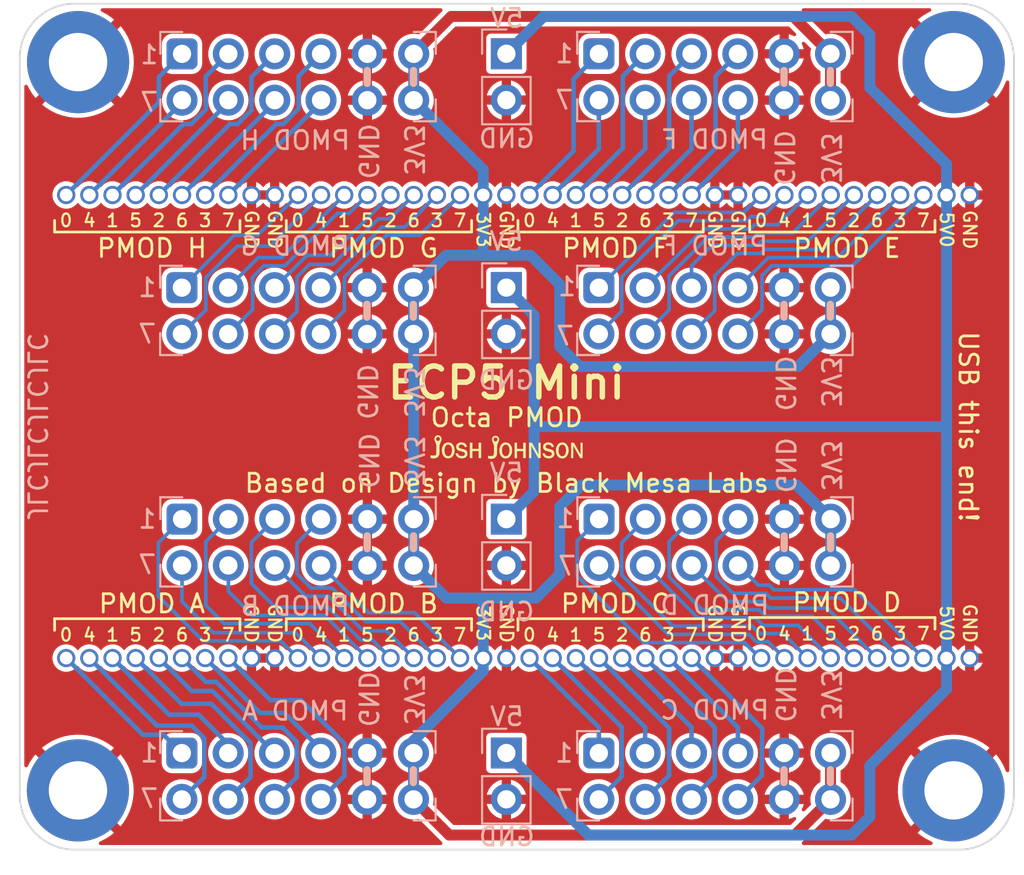
<source format=kicad_pcb>
(kicad_pcb (version 20200916) (generator pcbnew)
  (title_block (title "Quad PMOD") (date "2020-09-20") (rev "0.1") (company "Josh Johnson"))
  (layers (0 "F.Cu" signal) (31 "B.Cu" signal) (34 "B.Paste" user) (35 "F.Paste" user) (36 "B.SilkS" user) (37 "F.SilkS" user) (38 "B.Mask" user) (39 "F.Mask" user) (44 "Edge.Cuts" user))
  (net 0 "")
  (net 1 "/PORT_B0")
  (net 2 "/PORT_B4")
  (net 3 "/PORT_B1")
  (net 4 "/PORT_B5")
  (net 5 "/PORT_B2")
  (net 6 "/PORT_B6")
  (net 7 "/PORT_B3")
  (net 8 "/PORT_B7")
  (net 9 "/PORT_C0")
  (net 10 "/PORT_C4")
  (net 11 "/PORT_C1")
  (net 12 "/PORT_C5")
  (net 13 "/PORT_C2")
  (net 14 "/PORT_C6")
  (net 15 "/PORT_C3")
  (net 16 "/PORT_C7")
  (net 17 "/PORT_D0")
  (net 18 "/PORT_D4")
  (net 19 "/PORT_D1")
  (net 20 "/PORT_D5")
  (net 21 "/PORT_D2")
  (net 22 "/PORT_D6")
  (net 23 "/PORT_D3")
  (net 24 "/PORT_D7")
  (net 25 "/PORT_G0")
  (net 26 "/PORT_G4")
  (net 27 "/PORT_G1")
  (net 28 "/PORT_G5")
  (net 29 "/PORT_G2")
  (net 30 "/PORT_G6")
  (net 31 "/PORT_G3")
  (net 32 "/PORT_G7")
  (net 33 "/PORT_F0")
  (net 34 "/PORT_F4")
  (net 35 "/PORT_F1")
  (net 36 "/PORT_F5")
  (net 37 "/PORT_F2")
  (net 38 "/PORT_F6")
  (net 39 "/PORT_F3")
  (net 40 "/PORT_F7")
  (net 41 "/PORT_E0")
  (net 42 "GND")
  (net 43 "+5V")
  (net 44 "/PORT_E4")
  (net 45 "/PORT_E1")
  (net 46 "/PORT_E5")
  (net 47 "/PORT_E2")
  (net 48 "+3V3")
  (net 49 "/PORT_E6")
  (net 50 "/PORT_E3")
  (net 51 "/PORT_E7")
  (net 52 "/PORT_H7")
  (net 53 "/PORT_H3")
  (net 54 "/PORT_H6")
  (net 55 "/PORT_H2")
  (net 56 "/PORT_H5")
  (net 57 "/PORT_H1")
  (net 58 "/PORT_H4")
  (net 59 "/PORT_H0")
  (net 60 "/PORT_A0")
  (net 61 "/PORT_A4")
  (net 62 "/PORT_A1")
  (net 63 "/PORT_A5")
  (net 64 "/PORT_A2")
  (net 65 "/PORT_A6")
  (net 66 "/PORT_A3")
  (net 67 "/PORT_A7")
  (module "josh-connectors:ECP5-Mini-Edge-40x1.27" (layer "F.Cu") (at 117.348 80.264 90)
    (fp_text reference "J4" hide)
    (fp_text value "S7 Mini")
    (pad "1" thru_hole circle (at 1.27 0 90) (size 1 1) (drill 0.7) (layers *.Cu *.Mask) (net 59 "/PORT_H0") (clearance 0.25))
    (pad "2" thru_hole oval (at 1.27 1.27 90) (size 1 1) (drill 0.7) (layers *.Cu *.Mask) (net 58 "/PORT_H4") (clearance 0.25))
    (pad "3" thru_hole oval (at 1.27 2.54 90) (size 1 1) (drill 0.7) (layers *.Cu *.Mask) (net 57 "/PORT_H1") (clearance 0.25))
    (pad "4" thru_hole oval (at 1.27 3.81 90) (size 1 1) (drill 0.7) (layers *.Cu *.Mask) (net 56 "/PORT_H5") (clearance 0.25))
    (pad "5" thru_hole oval (at 1.27 5.08 90) (size 1 1) (drill 0.7) (layers *.Cu *.Mask) (net 55 "/PORT_H2") (clearance 0.25))
    (pad "6" thru_hole oval (at 1.27 6.35 90) (size 1 1) (drill 0.7) (layers *.Cu *.Mask) (net 54 "/PORT_H6") (clearance 0.25))
    (pad "7" thru_hole oval (at 1.27 7.62 90) (size 1 1) (drill 0.7) (layers *.Cu *.Mask) (net 53 "/PORT_H3") (clearance 0.25))
    (pad "8" thru_hole oval (at 1.27 8.89 90) (size 1 1) (drill 0.7) (layers *.Cu *.Mask) (net 52 "/PORT_H7") (clearance 0.25))
    (pad "9" thru_hole oval (at 1.27 10.16 90) (size 1 1) (drill 0.7) (layers *.Cu *.Mask) (net 42 "GND") (clearance 0.25))
    (pad "10" thru_hole oval (at 1.27 11.43 90) (size 1 1) (drill 0.7) (layers *.Cu *.Mask) (net 42 "GND") (clearance 0.25))
    (pad "11" thru_hole oval (at 1.27 12.7 90) (size 1 1) (drill 0.7) (layers *.Cu *.Mask) (net 25 "/PORT_G0") (clearance 0.25))
    (pad "12" thru_hole oval (at 1.27 13.97 90) (size 1 1) (drill 0.7) (layers *.Cu *.Mask) (net 26 "/PORT_G4") (clearance 0.25))
    (pad "13" thru_hole oval (at 1.27 15.24 90) (size 1 1) (drill 0.7) (layers *.Cu *.Mask) (net 27 "/PORT_G1") (clearance 0.25))
    (pad "14" thru_hole oval (at 1.27 16.51 90) (size 1 1) (drill 0.7) (layers *.Cu *.Mask) (net 28 "/PORT_G5") (clearance 0.25))
    (pad "15" thru_hole oval (at 1.27 17.78 90) (size 1 1) (drill 0.7) (layers *.Cu *.Mask) (net 29 "/PORT_G2") (clearance 0.25))
    (pad "16" thru_hole oval (at 1.27 19.05 90) (size 1 1) (drill 0.7) (layers *.Cu *.Mask) (net 30 "/PORT_G6") (clearance 0.25))
    (pad "17" thru_hole oval (at 1.27 20.32 90) (size 1 1) (drill 0.7) (layers *.Cu *.Mask) (net 31 "/PORT_G3") (clearance 0.25))
    (pad "18" thru_hole oval (at 1.27 21.59 90) (size 1 1) (drill 0.7) (layers *.Cu *.Mask) (net 32 "/PORT_G7"))
    (pad "19" thru_hole oval (at 1.27 22.86 90) (size 1 1) (drill 0.7) (layers *.Cu *.Mask) (net 48 "+3V3"))
    (pad "20" thru_hole oval (at 1.27 24.13 90) (size 1 1) (drill 0.7) (layers *.Cu *.Mask) (net 42 "GND"))
    (pad "21" thru_hole oval (at 1.27 25.4 90) (size 1 1) (drill 0.7) (layers *.Cu *.Mask) (net 33 "/PORT_F0") (clearance 0.25))
    (pad "22" thru_hole oval (at 1.27 26.67 90) (size 1 1) (drill 0.7) (layers *.Cu *.Mask) (net 34 "/PORT_F4") (clearance 0.25))
    (pad "23" thru_hole oval (at 1.27 27.94 90) (size 1 1) (drill 0.7) (layers *.Cu *.Mask) (net 35 "/PORT_F1") (clearance 0.25))
    (pad "24" thru_hole oval (at 1.27 29.21 90) (size 1 1) (drill 0.7) (layers *.Cu *.Mask) (net 36 "/PORT_F5") (clearance 0.25))
    (pad "25" thru_hole oval (at 1.27 30.48 90) (size 1 1) (drill 0.7) (layers *.Cu *.Mask) (net 37 "/PORT_F2"))
    (pad "26" thru_hole oval (at 1.27 31.75 90) (size 1 1) (drill 0.7) (layers *.Cu *.Mask) (net 38 "/PORT_F6"))
    (pad "27" thru_hole oval (at 1.27 33.02 90) (size 1 1) (drill 0.7) (layers *.Cu *.Mask) (net 39 "/PORT_F3") (clearance 0.25))
    (pad "28" thru_hole oval (at 1.27 34.29 90) (size 1 1) (drill 0.7) (layers *.Cu *.Mask) (net 40 "/PORT_F7"))
    (pad "29" thru_hole oval (at 1.27 35.56 90) (size 1 1) (drill 0.7) (layers *.Cu *.Mask) (net 42 "GND") (clearance 0.25))
    (pad "30" thru_hole oval (at 1.27 36.83 90) (size 1 1) (drill 0.7) (layers *.Cu *.Mask) (net 42 "GND") (clearance 0.25))
    (pad "31" thru_hole oval (at 1.27 38.1 90) (size 1 1) (drill 0.7) (layers *.Cu *.Mask) (net 41 "/PORT_E0"))
    (pad "32" thru_hole oval (at 1.27 39.37 90) (size 1 1) (drill 0.7) (layers *.Cu *.Mask) (net 44 "/PORT_E4") (clearance 0.25))
    (pad "33" thru_hole oval (at 1.27 40.64 90) (size 1 1) (drill 0.7) (layers *.Cu *.Mask) (net 45 "/PORT_E1") (clearance 0.25))
    (pad "34" thru_hole oval (at 1.27 41.91 90) (size 1 1) (drill 0.7) (layers *.Cu *.Mask) (net 46 "/PORT_E5") (clearance 0.25))
    (pad "35" thru_hole oval (at 1.27 43.18 90) (size 1 1) (drill 0.7) (layers *.Cu *.Mask) (net 47 "/PORT_E2") (clearance 0.25))
    (pad "36" thru_hole oval (at 1.27 44.45 90) (size 1 1) (drill 0.7) (layers *.Cu *.Mask) (net 49 "/PORT_E6"))
    (pad "37" thru_hole oval (at 1.27 45.72 90) (size 1 1) (drill 0.7) (layers *.Cu *.Mask) (net 50 "/PORT_E3") (clearance 0.25))
    (pad "38" thru_hole oval (at 1.27 46.99 90) (size 1 1) (drill 0.7) (layers *.Cu *.Mask) (net 51 "/PORT_E7"))
    (pad "39" thru_hole oval (at 1.27 48.26 90) (size 1 1) (drill 0.7) (layers *.Cu *.Mask) (net 43 "+5V"))
    (pad "40" thru_hole oval (at 1.27 49.53 90) (size 1 1) (drill 0.7) (layers *.Cu *.Mask) (net 42 "GND"))
  )
  (module "MountingHole:MountingHole_3.2mm_M3_DIN965_Pad" (layer "F.Cu") (at 165.992 111.651)
    (fp_text reference "M3" hide)
    (fp_text value "M3")
    (pad "1" thru_hole circle (at 0 0) (size 5.6 5.6) (drill 3.2) (layers *.Cu *.Mask) (net 42 "GND"))
  )
  (module "MountingHole:MountingHole_3.2mm_M3_DIN965_Pad" (layer "F.Cu") (at 117.992 111.651)
    (fp_text reference "M2" hide)
    (fp_text value "M3")
    (pad "1" thru_hole circle (at 0 0) (size 5.6 5.6) (drill 3.2) (layers *.Cu *.Mask) (net 42 "GND"))
  )
  (module "MountingHole:MountingHole_3.2mm_M3_DIN965_Pad" (layer "F.Cu") (at 118 71.705183)
    (fp_text reference "M1" hide)
    (fp_text value "M3")
    (pad "1" thru_hole circle (at 0 0) (size 5.6 5.6) (drill 3.2) (layers *.Cu *.Mask) (net 42 "GND"))
  )
  (module "josh-logos:josh-johnson-logo-8_6x1_5" (layer "F.Cu") (at 141.5 92.8)
    (fp_text reference "LOGO1" hide)
    (fp_text value "Josh-Logo" hide)
  )
  (module "MountingHole:MountingHole_3.2mm_M3_DIN965_Pad" (layer "F.Cu") (at 166 71.705183)
    (fp_text reference "M4" hide)
    (fp_text value "M3")
    (pad "1" thru_hole circle (at 0 0) (size 5.6 5.6) (drill 3.2) (layers *.Cu *.Mask) (net 42 "GND"))
  )
  (module "josh-connectors:PMOD_HOST" (layer "B.Cu") (at 146.558 71.247 -90)
    (fp_text reference "J8" hide)
    (fp_text value "PMOD")
    (fp_text user "3V3" (at 5.715 -12.7 -90 unlocked) (layer "B.SilkS") (effects (justify mirror)))
    (fp_text user "GND" (at 5.715 -10.14 -90 unlocked) (layer "B.SilkS") (effects (justify mirror)))
    (fp_text user "1" (at 0 1.905 unlocked) (layer "B.SilkS") (effects (justify mirror)))
    (fp_text user "7" (at 2.54 1.905 unlocked) (layer "B.SilkS") (effects (justify mirror)))
    (pad "1" thru_hole roundrect (at 0.0032 0.01044 90) (size 1.7 1.7) (drill 1) (layers *.Cu *.Mask) (roundrect_rratio 0.2) (net 33 "/PORT_F0"))
    (pad "2" thru_hole oval (at 0.0032 -2.52956 90) (size 1.7 1.7) (drill 1) (layers *.Cu *.Mask) (net 35 "/PORT_F1"))
    (pad "3" thru_hole oval (at 0.0032 -5.06956 90) (size 1.7 1.7) (drill 1) (layers *.Cu *.Mask) (net 37 "/PORT_F2"))
    (pad "4" thru_hole oval (at 0.0032 -7.60956 90) (size 1.7 1.7) (drill 1) (layers *.Cu *.Mask) (net 39 "/PORT_F3"))
    (pad "5" thru_hole oval (at 0.0032 -10.14956 90) (size 1.7 1.7) (drill 1) (layers *.Cu *.Mask) (net 42 "GND"))
    (pad "6" thru_hole oval (at 0.0032 -12.68956 90) (size 1.7 1.7) (drill 1) (layers *.Cu *.Mask) (net 48 "+3V3"))
    (pad "7" thru_hole oval (at 2.5432 0.01044 90) (size 1.7 1.7) (drill 1) (layers *.Cu *.Mask) (net 34 "/PORT_F4"))
    (pad "8" thru_hole oval (at 2.5432 -2.52956 90) (size 1.7 1.7) (drill 1) (layers *.Cu *.Mask) (net 36 "/PORT_F5"))
    (pad "9" thru_hole oval (at 2.5432 -5.06956 90) (size 1.7 1.7) (drill 1) (layers *.Cu *.Mask) (net 38 "/PORT_F6"))
    (pad "10" thru_hole oval (at 2.5432 -7.60956 90) (size 1.7 1.7) (drill 1) (layers *.Cu *.Mask) (net 40 "/PORT_F7"))
    (pad "11" thru_hole oval (at 2.5432 -10.14956 90) (size 1.7 1.7) (drill 1) (layers *.Cu *.Mask) (net 42 "GND"))
    (pad "12" thru_hole oval (at 2.5432 -12.68956 90) (size 1.7 1.7) (drill 1) (layers *.Cu *.Mask) (net 48 "+3V3"))
  )
  (module "Connector_PinSocket_2.54mm:PinSocket_1x02_P2.54mm_Vertical" (layer "B.Cu") (at 141.478 84.074 180)
    (fp_text reference "J6" hide)
    (fp_text value "PWR")
    (pad "1" thru_hole rect (at 0 0 180) (size 1.7 1.7) (drill 1) (layers *.Cu *.Mask) (net 43 "+5V"))
    (pad "2" thru_hole oval (at 0 -2.54 180) (size 1.7 1.7) (drill 1) (layers *.Cu *.Mask) (net 42 "GND"))
  )
  (module "josh-connectors:PMOD_HOST" (layer "B.Cu") (at 123.698 84.074 -90)
    (fp_text reference "J7" hide)
    (fp_text value "PMOD")
    (fp_text user "7" (at 2.54 1.905 unlocked) (layer "B.SilkS") (effects (justify mirror)))
    (fp_text user "1" (at 0 1.905 unlocked) (layer "B.SilkS") (effects (justify mirror)))
    (fp_text user "GND" (at 5.715 -10.14 -90 unlocked) (layer "B.SilkS") (effects (justify mirror)))
    (fp_text user "3V3" (at 5.715 -12.7 -90 unlocked) (layer "B.SilkS") (effects (justify mirror)))
    (pad "1" thru_hole roundrect (at 0.0032 0.01044 90) (size 1.7 1.7) (drill 1) (layers *.Cu *.Mask) (roundrect_rratio 0.2) (net 25 "/PORT_G0"))
    (pad "2" thru_hole oval (at 0.0032 -2.52956 90) (size 1.7 1.7) (drill 1) (layers *.Cu *.Mask) (net 27 "/PORT_G1"))
    (pad "3" thru_hole oval (at 0.0032 -5.06956 90) (size 1.7 1.7) (drill 1) (layers *.Cu *.Mask) (net 29 "/PORT_G2"))
    (pad "4" thru_hole oval (at 0.0032 -7.60956 90) (size 1.7 1.7) (drill 1) (layers *.Cu *.Mask) (net 31 "/PORT_G3"))
    (pad "5" thru_hole oval (at 0.0032 -10.14956 90) (size 1.7 1.7) (drill 1) (layers *.Cu *.Mask) (net 42 "GND"))
    (pad "6" thru_hole oval (at 0.0032 -12.68956 90) (size 1.7 1.7) (drill 1) (layers *.Cu *.Mask) (net 48 "+3V3"))
    (pad "7" thru_hole oval (at 2.5432 0.01044 90) (size 1.7 1.7) (drill 1) (layers *.Cu *.Mask) (net 26 "/PORT_G4"))
    (pad "8" thru_hole oval (at 2.5432 -2.52956 90) (size 1.7 1.7) (drill 1) (layers *.Cu *.Mask) (net 28 "/PORT_G5"))
    (pad "9" thru_hole oval (at 2.5432 -5.06956 90) (size 1.7 1.7) (drill 1) (layers *.Cu *.Mask) (net 30 "/PORT_G6"))
    (pad "10" thru_hole oval (at 2.5432 -7.60956 90) (size 1.7 1.7) (drill 1) (layers *.Cu *.Mask) (net 32 "/PORT_G7"))
    (pad "11" thru_hole oval (at 2.5432 -10.14956 90) (size 1.7 1.7) (drill 1) (layers *.Cu *.Mask) (net 42 "GND"))
    (pad "12" thru_hole oval (at 2.5432 -12.68956 90) (size 1.7 1.7) (drill 1) (layers *.Cu *.Mask) (net 48 "+3V3"))
  )
  (module "josh-connectors:PMOD_HOST" (layer "B.Cu") (at 146.558 84.074 -90)
    (fp_text reference "J15" hide)
    (fp_text value "PMOD")
    (fp_text user "3V3" (at 5.153 -12.7 -90 unlocked) (layer "B.SilkS") (effects (justify mirror)))
    (fp_text user "1" (at -0.047 1.758 unlocked) (layer "B.SilkS") (effects (justify mirror)))
    (fp_text user "GND" (at 5.253 -10.2 -90 unlocked) (layer "B.SilkS") (effects (justify mirror)))
    (fp_text user "7" (at 2.653 1.858 unlocked) (layer "B.SilkS") (effects (justify mirror)))
    (pad "1" thru_hole roundrect (at 0.0032 0.01044 90) (size 1.7 1.7) (drill 1) (layers *.Cu *.Mask) (roundrect_rratio 0.2) (net 41 "/PORT_E0"))
    (pad "2" thru_hole oval (at 0.0032 -2.52956 90) (size 1.7 1.7) (drill 1) (layers *.Cu *.Mask) (net 45 "/PORT_E1"))
    (pad "3" thru_hole oval (at 0.0032 -5.06956 90) (size 1.7 1.7) (drill 1) (layers *.Cu *.Mask) (net 47 "/PORT_E2"))
    (pad "4" thru_hole oval (at 0.0032 -7.60956 90) (size 1.7 1.7) (drill 1) (layers *.Cu *.Mask) (net 50 "/PORT_E3"))
    (pad "5" thru_hole oval (at 0.0032 -10.14956 90) (size 1.7 1.7) (drill 1) (layers *.Cu *.Mask) (net 42 "GND"))
    (pad "6" thru_hole oval (at 0.0032 -12.68956 90) (size 1.7 1.7) (drill 1) (layers *.Cu *.Mask) (net 48 "+3V3"))
    (pad "7" thru_hole oval (at 2.5432 0.01044 90) (size 1.7 1.7) (drill 1) (layers *.Cu *.Mask) (net 44 "/PORT_E4"))
    (pad "8" thru_hole oval (at 2.5432 -2.52956 90) (size 1.7 1.7) (drill 1) (layers *.Cu *.Mask) (net 46 "/PORT_E5"))
    (pad "9" thru_hole oval (at 2.5432 -5.06956 90) (size 1.7 1.7) (drill 1) (layers *.Cu *.Mask) (net 49 "/PORT_E6"))
    (pad "10" thru_hole oval (at 2.5432 -7.60956 90) (size 1.7 1.7) (drill 1) (layers *.Cu *.Mask) (net 51 "/PORT_E7"))
    (pad "11" thru_hole oval (at 2.5432 -10.14956 90) (size 1.7 1.7) (drill 1) (layers *.Cu *.Mask) (net 42 "GND"))
    (pad "12" thru_hole oval (at 2.5432 -12.68956 90) (size 1.7 1.7) (drill 1) (layers *.Cu *.Mask) (net 48 "+3V3"))
  )
  (module "josh-connectors:ECP5-Mini-Edge-40x1.27" (layer "B.Cu") (at 117.348 103.124 -90)
    (fp_text reference "J3" hide)
    (fp_text value "S7 Mini")
    (pad "1" thru_hole circle (at 1.27 0 270) (size 1 1) (drill 0.7) (layers *.Cu *.Mask) (net 60 "/PORT_A0") (clearance 0.25))
    (pad "2" thru_hole oval (at 1.27 -1.27 270) (size 1 1) (drill 0.7) (layers *.Cu *.Mask) (net 61 "/PORT_A4") (clearance 0.25))
    (pad "3" thru_hole oval (at 1.27 -2.54 270) (size 1 1) (drill 0.7) (layers *.Cu *.Mask) (net 62 "/PORT_A1") (clearance 0.25))
    (pad "4" thru_hole oval (at 1.27 -3.81 270) (size 1 1) (drill 0.7) (layers *.Cu *.Mask) (net 63 "/PORT_A5") (clearance 0.25))
    (pad "5" thru_hole oval (at 1.27 -5.08 270) (size 1 1) (drill 0.7) (layers *.Cu *.Mask) (net 64 "/PORT_A2") (clearance 0.25))
    (pad "6" thru_hole oval (at 1.27 -6.35 270) (size 1 1) (drill 0.7) (layers *.Cu *.Mask) (net 65 "/PORT_A6") (clearance 0.25))
    (pad "7" thru_hole oval (at 1.27 -7.62 270) (size 1 1) (drill 0.7) (layers *.Cu *.Mask) (net 66 "/PORT_A3") (clearance 0.25))
    (pad "8" thru_hole oval (at 1.27 -8.89 270) (size 1 1) (drill 0.7) (layers *.Cu *.Mask) (net 67 "/PORT_A7") (clearance 0.25))
    (pad "9" thru_hole oval (at 1.27 -10.16 270) (size 1 1) (drill 0.7) (layers *.Cu *.Mask) (net 42 "GND") (clearance 0.25))
    (pad "10" thru_hole oval (at 1.27 -11.43 270) (size 1 1) (drill 0.7) (layers *.Cu *.Mask) (net 42 "GND") (clearance 0.25))
    (pad "11" thru_hole oval (at 1.27 -12.7 270) (size 1 1) (drill 0.7) (layers *.Cu *.Mask) (net 1 "/PORT_B0") (clearance 0.25))
    (pad "12" thru_hole oval (at 1.27 -13.97 270) (size 1 1) (drill 0.7) (layers *.Cu *.Mask) (net 2 "/PORT_B4") (clearance 0.25))
    (pad "13" thru_hole oval (at 1.27 -15.24 270) (size 1 1) (drill 0.7) (layers *.Cu *.Mask) (net 3 "/PORT_B1") (clearance 0.25))
    (pad "14" thru_hole oval (at 1.27 -16.51 270) (size 1 1) (drill 0.7) (layers *.Cu *.Mask) (net 4 "/PORT_B5") (clearance 0.25))
    (pad "15" thru_hole oval (at 1.27 -17.78 270) (size 1 1) (drill 0.7) (layers *.Cu *.Mask) (net 5 "/PORT_B2") (clearance 0.25))
    (pad "16" thru_hole oval (at 1.27 -19.05 270) (size 1 1) (drill 0.7) (layers *.Cu *.Mask) (net 6 "/PORT_B6") (clearance 0.25))
    (pad "17" thru_hole oval (at 1.27 -20.32 270) (size 1 1) (drill 0.7) (layers *.Cu *.Mask) (net 7 "/PORT_B3") (clearance 0.25))
    (pad "18" thru_hole oval (at 1.27 -21.59 270) (size 1 1) (drill 0.7) (layers *.Cu *.Mask) (net 8 "/PORT_B7"))
    (pad "19" thru_hole oval (at 1.27 -22.86 270) (size 1 1) (drill 0.7) (layers *.Cu *.Mask) (net 48 "+3V3"))
    (pad "20" thru_hole oval (at 1.27 -24.13 270) (size 1 1) (drill 0.7) (layers *.Cu *.Mask) (net 42 "GND"))
    (pad "21" thru_hole oval (at 1.27 -25.4 270) (size 1 1) (drill 0.7) (layers *.Cu *.Mask) (net 9 "/PORT_C0") (clearance 0.25))
    (pad "22" thru_hole oval (at 1.27 -26.67 270) (size 1 1) (drill 0.7) (layers *.Cu *.Mask) (net 10 "/PORT_C4") (clearance 0.25))
    (pad "23" thru_hole oval (at 1.27 -27.94 270) (size 1 1) (drill 0.7) (layers *.Cu *.Mask) (net 11 "/PORT_C1") (clearance 0.25))
    (pad "24" thru_hole oval (at 1.27 -29.21 270) (size 1 1) (drill 0.7) (layers *.Cu *.Mask) (net 12 "/PORT_C5") (clearance 0.25))
    (pad "25" thru_hole oval (at 1.27 -30.48 270) (size 1 1) (drill 0.7) (layers *.Cu *.Mask) (net 13 "/PORT_C2"))
    (pad "26" thru_hole oval (at 1.27 -31.75 270) (size 1 1) (drill 0.7) (layers *.Cu *.Mask) (net 14 "/PORT_C6"))
    (pad "27" thru_hole oval (at 1.27 -33.02 270) (size 1 1) (drill 0.7) (layers *.Cu *.Mask) (net 15 "/PORT_C3") (clearance 0.25))
    (pad "28" thru_hole oval (at 1.27 -34.29 270) (size 1 1) (drill 0.7) (layers *.Cu *.Mask) (net 16 "/PORT_C7"))
    (pad "29" thru_hole oval (at 1.27 -35.56 270) (size 1 1) (drill 0.7) (layers *.Cu *.Mask) (net 42 "GND") (clearance 0.25))
    (pad "30" thru_hole oval (at 1.27 -36.83 270) (size 1 1) (drill 0.7) (layers *.Cu *.Mask) (net 42 "GND") (clearance 0.25))
    (pad "31" thru_hole oval (at 1.27 -38.1 270) (size 1 1) (drill 0.7) (layers *.Cu *.Mask) (net 17 "/PORT_D0"))
    (pad "32" thru_hole oval (at 1.27 -39.37 270) (size 1 1) (drill 0.7) (layers *.Cu *.Mask) (net 18 "/PORT_D4") (clearance 0.25))
    (pad "33" thru_hole oval (at 1.27 -40.64 270) (size 1 1) (drill 0.7) (layers *.Cu *.Mask) (net 19 "/PORT_D1") (clearance 0.25))
    (pad "34" thru_hole oval (at 1.27 -41.91 270) (size 1 1) (drill 0.7) (layers *.Cu *.Mask) (net 20 "/PORT_D5") (clearance 0.25))
    (pad "35" thru_hole oval (at 1.27 -43.18 270) (size 1 1) (drill 0.7) (layers *.Cu *.Mask) (net 21 "/PORT_D2") (clearance 0.25))
    (pad "36" thru_hole oval (at 1.27 -44.45 270) (size 1 1) (drill 0.7) (layers *.Cu *.Mask) (net 22 "/PORT_D6"))
    (pad "37" thru_hole oval (at 1.27 -45.72 270) (size 1 1) (drill 0.7) (layers *.Cu *.Mask) (net 23 "/PORT_D3") (clearance 0.25))
    (pad "38" thru_hole oval (at 1.27 -46.99 270) (size 1 1) (drill 0.7) (layers *.Cu *.Mask) (net 24 "/PORT_D7"))
    (pad "39" thru_hole oval (at 1.27 -48.26 270) (size 1 1) (drill 0.7) (layers *.Cu *.Mask) (net 43 "+5V"))
    (pad "40" thru_hole oval (at 1.27 -49.53 270) (size 1 1) (drill 0.7) (layers *.Cu *.Mask) (net 42 "GND"))
  )
  (module "Connector_PinSocket_2.54mm:PinSocket_1x02_P2.54mm_Vertical" (layer "B.Cu") (at 141.478 109.601 180)
    (fp_text reference "J12" hide)
    (fp_text value "PWR")
    (pad "1" thru_hole rect (at 0 0 180) (size 1.7 1.7) (drill 1) (layers *.Cu *.Mask) (net 43 "+5V"))
    (pad "2" thru_hole oval (at 0 -2.54 180) (size 1.7 1.7) (drill 1) (layers *.Cu *.Mask) (net 42 "GND"))
  )
  (module "josh-connectors:PMOD_HOST" (layer "B.Cu") (at 146.558 109.601 -90)
    (fp_text reference "J2" hide)
    (fp_text value "PMOD")
    (fp_text user "7" (at 2.5464 1.91544 unlocked) (layer "B.SilkS") (effects (justify mirror)))
    (fp_text user "3V3" (at -3.2 -12.7 -90 unlocked) (layer "B.SilkS") (effects (justify mirror)))
    (fp_text user "1" (at 0.0064 1.91544 unlocked) (layer "B.SilkS") (effects (justify mirror)))
    (fp_text user "GND" (at -3.2 -10.2 -90 unlocked) (layer "B.SilkS") (effects (justify mirror)))
    (pad "1" thru_hole roundrect (at 0.0032 0.01044 90) (size 1.7 1.7) (drill 1) (layers *.Cu *.Mask) (roundrect_rratio 0.2) (net 9 "/PORT_C0"))
    (pad "2" thru_hole oval (at 0.0032 -2.52956 90) (size 1.7 1.7) (drill 1) (layers *.Cu *.Mask) (net 11 "/PORT_C1"))
    (pad "3" thru_hole oval (at 0.0032 -5.06956 90) (size 1.7 1.7) (drill 1) (layers *.Cu *.Mask) (net 13 "/PORT_C2"))
    (pad "4" thru_hole oval (at 0.0032 -7.60956 90) (size 1.7 1.7) (drill 1) (layers *.Cu *.Mask) (net 15 "/PORT_C3"))
    (pad "5" thru_hole oval (at 0.0032 -10.14956 90) (size 1.7 1.7) (drill 1) (layers *.Cu *.Mask) (net 42 "GND"))
    (pad "6" thru_hole oval (at 0.0032 -12.68956 90) (size 1.7 1.7) (drill 1) (layers *.Cu *.Mask) (net 48 "+3V3"))
    (pad "7" thru_hole oval (at 2.5432 0.01044 90) (size 1.7 1.7) (drill 1) (layers *.Cu *.Mask) (net 10 "/PORT_C4"))
    (pad "8" thru_hole oval (at 2.5432 -2.52956 90) (size 1.7 1.7) (drill 1) (layers *.Cu *.Mask) (net 12 "/PORT_C5"))
    (pad "9" thru_hole oval (at 2.5432 -5.06956 90) (size 1.7 1.7) (drill 1) (layers *.Cu *.Mask) (net 14 "/PORT_C6"))
    (pad "10" thru_hole oval (at 2.5432 -7.60956 90) (size 1.7 1.7) (drill 1) (layers *.Cu *.Mask) (net 16 "/PORT_C7"))
    (pad "11" thru_hole oval (at 2.5432 -10.14956 90) (size 1.7 1.7) (drill 1) (layers *.Cu *.Mask) (net 42 "GND"))
    (pad "12" thru_hole oval (at 2.5432 -12.68956 90) (size 1.7 1.7) (drill 1) (layers *.Cu *.Mask) (net 48 "+3V3"))
  )
  (module "josh-connectors:PMOD_HOST" (layer "B.Cu") (at 146.56844 96.7708 -90)
    (fp_text reference "J9" hide)
    (fp_text value "PMOD")
    (fp_text user "GND" (at -2.95 -10.2 -90 unlocked) (layer "B.SilkS") (effects (justify mirror)))
    (fp_text user "7" (at 2.572 1.758 unlocked) (layer "B.SilkS") (effects (justify mirror)))
    (fp_text user "3V3" (at -2.95 -12.7 -90 unlocked) (layer "B.SilkS") (effects (justify mirror)))
    (fp_text user "1" (at -0.028 1.858 unlocked) (layer "B.SilkS") (effects (justify mirror)))
    (pad "1" thru_hole roundrect (at 0.0032 0.01044 90) (size 1.7 1.7) (drill 1) (layers *.Cu *.Mask) (roundrect_rratio 0.2) (net 17 "/PORT_D0"))
    (pad "2" thru_hole oval (at 0.0032 -2.52956 90) (size 1.7 1.7) (drill 1) (layers *.Cu *.Mask) (net 19 "/PORT_D1"))
    (pad "3" thru_hole oval (at 0.0032 -5.06956 90) (size 1.7 1.7) (drill 1) (layers *.Cu *.Mask) (net 21 "/PORT_D2"))
    (pad "4" thru_hole oval (at 0.0032 -7.60956 90) (size 1.7 1.7) (drill 1) (layers *.Cu *.Mask) (net 23 "/PORT_D3"))
    (pad "5" thru_hole oval (at 0.0032 -10.14956 90) (size 1.7 1.7) (drill 1) (layers *.Cu *.Mask) (net 42 "GND"))
    (pad "6" thru_hole oval (at 0.0032 -12.68956 90) (size 1.7 1.7) (drill 1) (layers *.Cu *.Mask) (net 48 "+3V3"))
    (pad "7" thru_hole oval (at 2.5432 0.01044 90) (size 1.7 1.7) (drill 1) (layers *.Cu *.Mask) (net 18 "/PORT_D4"))
    (pad "8" thru_hole oval (at 2.5432 -2.52956 90) (size 1.7 1.7) (drill 1) (layers *.Cu *.Mask) (net 20 "/PORT_D5"))
    (pad "9" thru_hole oval (at 2.5432 -5.06956 90) (size 1.7 1.7) (drill 1) (layers *.Cu *.Mask) (net 22 "/PORT_D6"))
    (pad "10" thru_hole oval (at 2.5432 -7.60956 90) (size 1.7 1.7) (drill 1) (layers *.Cu *.Mask) (net 24 "/PORT_D7"))
    (pad "11" thru_hole oval (at 2.5432 -10.14956 90) (size 1.7 1.7) (drill 1) (layers *.Cu *.Mask) (net 42 "GND"))
    (pad "12" thru_hole oval (at 2.5432 -12.68956 90) (size 1.7 1.7) (drill 1) (layers *.Cu *.Mask) (net 48 "+3V3"))
  )
  (module "Connector_PinSocket_2.54mm:PinSocket_1x02_P2.54mm_Vertical" (layer "B.Cu") (at 141.478 96.774 180)
    (fp_text reference "J5" hide)
    (fp_text value "PWR")
    (pad "1" thru_hole rect (at 0 0 180) (size 1.7 1.7) (drill 1) (layers *.Cu *.Mask) (net 43 "+5V"))
    (pad "2" thru_hole oval (at 0 -2.54 180) (size 1.7 1.7) (drill 1) (layers *.Cu *.Mask) (net 42 "GND"))
  )
  (module "Connector_PinSocket_2.54mm:PinSocket_1x02_P2.54mm_Vertical" (layer "B.Cu") (at 141.478 71.247 180)
    (fp_text reference "J14" hide)
    (fp_text value "PWR")
    (pad "1" thru_hole rect (at 0 0 180) (size 1.7 1.7) (drill 1) (layers *.Cu *.Mask) (net 43 "+5V"))
    (pad "2" thru_hole oval (at 0 -2.54 180) (size 1.7 1.7) (drill 1) (layers *.Cu *.Mask) (net 42 "GND"))
  )
  (module "josh-connectors:PMOD_HOST" (layer "B.Cu") (at 123.70844 71.2502 -90)
    (fp_text reference "J16" hide)
    (fp_text value "PMOD")
    (fp_text user "7" (at 2.6498 1.80844 unlocked) (layer "B.SilkS") (effects (justify mirror)))
    (fp_text user "GND" (at 5.3498 -10.19156 -90 unlocked) (layer "B.SilkS") (effects (justify mirror)))
    (fp_text user "1" (at 0.0498 1.80844 unlocked) (layer "B.SilkS") (effects (justify mirror)))
    (fp_text user "3V3" (at 5.2498 -12.69156 -90 unlocked) (layer "B.SilkS") (effects (justify mirror)))
    (pad "1" thru_hole roundrect (at 0.0032 0.01044 90) (size 1.7 1.7) (drill 1) (layers *.Cu *.Mask) (roundrect_rratio 0.2) (net 59 "/PORT_H0"))
    (pad "2" thru_hole oval (at 0.0032 -2.52956 90) (size 1.7 1.7) (drill 1) (layers *.Cu *.Mask) (net 57 "/PORT_H1"))
    (pad "3" thru_hole oval (at 0.0032 -5.06956 90) (size 1.7 1.7) (drill 1) (layers *.Cu *.Mask) (net 55 "/PORT_H2"))
    (pad "4" thru_hole oval (at 0.0032 -7.60956 90) (size 1.7 1.7) (drill 1) (layers *.Cu *.Mask) (net 53 "/PORT_H3"))
    (pad "5" thru_hole oval (at 0.0032 -10.14956 90) (size 1.7 1.7) (drill 1) (layers *.Cu *.Mask) (net 42 "GND"))
    (pad "6" thru_hole oval (at 0.0032 -12.68956 90) (size 1.7 1.7) (drill 1) (layers *.Cu *.Mask) (net 48 "+3V3"))
    (pad "7" thru_hole oval (at 2.5432 0.01044 90) (size 1.7 1.7) (drill 1) (layers *.Cu *.Mask) (net 58 "/PORT_H4"))
    (pad "8" thru_hole oval (at 2.5432 -2.52956 90) (size 1.7 1.7) (drill 1) (layers *.Cu *.Mask) (net 56 "/PORT_H5"))
    (pad "9" thru_hole oval (at 2.5432 -5.06956 90) (size 1.7 1.7) (drill 1) (layers *.Cu *.Mask) (net 54 "/PORT_H6"))
    (pad "10" thru_hole oval (at 2.5432 -7.60956 90) (size 1.7 1.7) (drill 1) (layers *.Cu *.Mask) (net 52 "/PORT_H7"))
    (pad "11" thru_hole oval (at 2.5432 -10.14956 90) (size 1.7 1.7) (drill 1) (layers *.Cu *.Mask) (net 42 "GND"))
    (pad "12" thru_hole oval (at 2.5432 -12.68956 90) (size 1.7 1.7) (drill 1) (layers *.Cu *.Mask) (net 48 "+3V3"))
  )
  (module "josh-connectors:PMOD_HOST" (layer "B.Cu") (at 123.70844 96.7708 -90)
    (fp_text reference "J1" hide)
    (fp_text value "PMOD")
    (fp_text user "GND" (at -3.2 -10.2 -90 unlocked) (layer "B.SilkS") (effects (justify mirror)))
    (fp_text user "3V3" (at -3.2 -12.7 -90 unlocked) (layer "B.SilkS") (effects (justify mirror)))
    (fp_text user "7" (at 2.5 1.91544 unlocked) (layer "B.SilkS") (effects (justify mirror)))
    (fp_text user "1" (at 0.0032 1.91544 unlocked) (layer "B.SilkS") (effects (justify mirror)))
    (pad "1" thru_hole roundrect (at 0.0032 0.01044 90) (size 1.7 1.7) (drill 1) (layers *.Cu *.Mask) (roundrect_rratio 0.2) (net 1 "/PORT_B0"))
    (pad "2" thru_hole oval (at 0.0032 -2.52956 90) (size 1.7 1.7) (drill 1) (layers *.Cu *.Mask) (net 3 "/PORT_B1"))
    (pad "3" thru_hole oval (at 0.0032 -5.06956 90) (size 1.7 1.7) (drill 1) (layers *.Cu *.Mask) (net 5 "/PORT_B2"))
    (pad "4" thru_hole oval (at 0.0032 -7.60956 90) (size 1.7 1.7) (drill 1) (layers *.Cu *.Mask) (net 7 "/PORT_B3"))
    (pad "5" thru_hole oval (at 0.0032 -10.14956 90) (size 1.7 1.7) (drill 1) (layers *.Cu *.Mask) (net 42 "GND"))
    (pad "6" thru_hole oval (at 0.0032 -12.68956 90) (size 1.7 1.7) (drill 1) (layers *.Cu *.Mask) (net 48 "+3V3"))
    (pad "7" thru_hole oval (at 2.5432 0.01044 90) (size 1.7 1.7) (drill 1) (layers *.Cu *.Mask) (net 2 "/PORT_B4"))
    (pad "8" thru_hole oval (at 2.5432 -2.52956 90) (size 1.7 1.7) (drill 1) (layers *.Cu *.Mask) (net 4 "/PORT_B5"))
    (pad "9" thru_hole oval (at 2.5432 -5.06956 90) (size 1.7 1.7) (drill 1) (layers *.Cu *.Mask) (net 6 "/PORT_B6"))
    (pad "10" thru_hole oval (at 2.5432 -7.60956 90) (size 1.7 1.7) (drill 1) (layers *.Cu *.Mask) (net 8 "/PORT_B7"))
    (pad "11" thru_hole oval (at 2.5432 -10.14956 90) (size 1.7 1.7) (drill 1) (layers *.Cu *.Mask) (net 42 "GND"))
    (pad "12" thru_hole oval (at 2.5432 -12.68956 90) (size 1.7 1.7) (drill 1) (layers *.Cu *.Mask) (net 48 "+3V3"))
  )
  (module "josh-connectors:PMOD_HOST" (layer "B.Cu") (at 123.698 109.601 -90)
    (fp_text reference "J10" hide)
    (fp_text value "PMOD")
    (fp_text user "7" (at 2.499 1.798 unlocked) (layer "B.SilkS") (effects (justify mirror)))
    (fp_text user "1" (at -0.001 1.798 unlocked) (layer "B.SilkS") (effects (justify mirror)))
    (fp_text user "GND" (at -2.95 -10.2 -90 unlocked) (layer "B.SilkS") (effects (justify mirror)))
    (fp_text user "3V3" (at -2.95 -12.7 -90 unlocked) (layer "B.SilkS") (effects (justify mirror)))
    (pad "1" thru_hole roundrect (at 0.0032 0.01044 90) (size 1.7 1.7) (drill 1) (layers *.Cu *.Mask) (roundrect_rratio 0.2) (net 60 "/PORT_A0"))
    (pad "2" thru_hole oval (at 0.0032 -2.52956 90) (size 1.7 1.7) (drill 1) (layers *.Cu *.Mask) (net 62 "/PORT_A1"))
    (pad "3" thru_hole oval (at 0.0032 -5.06956 90) (size 1.7 1.7) (drill 1) (layers *.Cu *.Mask) (net 64 "/PORT_A2"))
    (pad "4" thru_hole oval (at 0.0032 -7.60956 90) (size 1.7 1.7) (drill 1) (layers *.Cu *.Mask) (net 66 "/PORT_A3"))
    (pad "5" thru_hole oval (at 0.0032 -10.14956 90) (size 1.7 1.7) (drill 1) (layers *.Cu *.Mask) (net 42 "GND"))
    (pad "6" thru_hole oval (at 0.0032 -12.68956 90) (size 1.7 1.7) (drill 1) (layers *.Cu *.Mask) (net 48 "+3V3"))
    (pad "7" thru_hole oval (at 2.5432 0.01044 90) (size 1.7 1.7) (drill 1) (layers *.Cu *.Mask) (net 61 "/PORT_A4"))
    (pad "8" thru_hole oval (at 2.5432 -2.52956 90) (size 1.7 1.7) (drill 1) (layers *.Cu *.Mask) (net 63 "/PORT_A5"))
    (pad "9" thru_hole oval (at 2.5432 -5.06956 90) (size 1.7 1.7) (drill 1) (layers *.Cu *.Mask) (net 65 "/PORT_A6"))
    (pad "10" thru_hole oval (at 2.5432 -7.60956 90) (size 1.7 1.7) (drill 1) (layers *.Cu *.Mask) (net 67 "/PORT_A7"))
    (pad "11" thru_hole oval (at 2.5432 -10.14956 90) (size 1.7 1.7) (drill 1) (layers *.Cu *.Mask) (net 42 "GND"))
    (pad "12" thru_hole oval (at 2.5432 -12.68956 90) (size 1.7 1.7) (drill 1) (layers *.Cu *.Mask) (net 48 "+3V3"))
  )
  (gr_line (start 139.573 102.87) (end 139.573 102.235) (layer "F.SilkS") (width 0.15))
  (gr_line (start 152.273 102.235) (end 142.113 102.235) (layer "F.SilkS") (width 0.15))
  (gr_line (start 126.873 102.235) (end 116.713 102.235) (layer "F.SilkS") (width 0.15))
  (gr_line (start 154.813 80.391) (end 154.813 81.026) (layer "F.SilkS") (width 0.15))
  (gr_line (start 129.413 102.235) (end 129.413 102.87) (layer "F.SilkS") (width 0.15))
  (gr_line (start 164.973 102.8065) (end 164.973 102.1715) (layer "F.SilkS") (width 0.15))
  (gr_line (start 139.573 81.026) (end 139.573 80.391) (layer "F.SilkS") (width 0.15))
  (gr_line (start 116.713 81.026) (end 126.873 81.026) (layer "F.SilkS") (width 0.15))
  (gr_line (start 152.273 81.026) (end 152.273 80.391) (layer "F.SilkS") (width 0.15))
  (gr_line (start 142.113 80.391) (end 142.113 81.026) (layer "F.SilkS") (width 0.15))
  (gr_line (start 142.113 81.026) (end 152.273 81.026) (layer "F.SilkS") (width 0.15))
  (gr_line (start 129.413 80.391) (end 129.413 81.026) (layer "F.SilkS") (width 0.15))
  (gr_line (start 116.713 102.235) (end 116.713 102.87) (layer "F.SilkS") (width 0.15))
  (gr_line (start 164.973 102.1715) (end 154.813 102.1715) (layer "F.SilkS") (width 0.15))
  (gr_line (start 126.873 102.87) (end 126.873 102.235) (layer "F.SilkS") (width 0.15))
  (gr_line (start 139.573 102.235) (end 129.413 102.235) (layer "F.SilkS") (width 0.15))
  (gr_line (start 164.973 81.026) (end 164.973 80.391) (layer "F.SilkS") (width 0.15))
  (gr_line (start 154.813 102.1715) (end 154.813 102.8065) (layer "F.SilkS") (width 0.15))
  (gr_line (start 116.713 80.391) (end 116.713 81.026) (layer "F.SilkS") (width 0.15))
  (gr_line (start 154.813 81.026) (end 164.973 81.026) (layer "F.SilkS") (width 0.15))
  (gr_line (start 142.113 102.235) (end 142.113 102.87) (layer "F.SilkS") (width 0.15))
  (gr_line (start 152.273 102.87) (end 152.273 102.235) (layer "F.SilkS") (width 0.15))
  (gr_line (start 129.413 81.026) (end 139.573 81.026) (layer "F.SilkS") (width 0.15))
  (gr_line (start 126.873 81.026) (end 126.873 80.391) (layer "F.SilkS") (width 0.15))
  (gr_arc (start 166.3 111.9) (end 166.3 114.9) (angle -90) (layer "Edge.Cuts") (width 0.1))
  (gr_arc (start 117.8 111.9) (end 114.8 111.9) (angle -90) (layer "Edge.Cuts") (width 0.1))
  (gr_line (start 114.8 111.9) (end 114.8 71.5) (layer "Edge.Cuts") (width 0.1))
  (gr_arc (start 117.8 71.5) (end 117.8 68.5) (angle -90) (layer "Edge.Cuts") (width 0.1))
  (gr_arc (start 166.3 71.5) (end 169.3 71.5) (angle -90) (layer "Edge.Cuts") (width 0.1))
  (gr_line (start 117.8 68.5) (end 166.3 68.5) (layer "Edge.Cuts") (width 0.1))
  (gr_line (start 166.3 114.9) (end 117.8 114.9) (layer "Edge.Cuts") (width 0.1))
  (gr_line (start 169.3 71.5) (end 169.3 111.9) (layer "Edge.Cuts") (width 0.1))
  (gr_text "5V" (at 141.5 107.6) (layer "B.SilkS") (effects (font (size 1 1)) (justify mirror)))
  (gr_text "5V" (at 141.478 94.234) (layer "B.SilkS") (effects (font (size 1 1)) (justify mirror)))
  (gr_text "GND" (at 141.5 75.9) (layer "B.SilkS") (effects (font (size 1 1)) (justify mirror)))
  (gr_text "PMOD H" (at 129.9 76) (layer "B.SilkS") (effects (font (size 1 1)) (justify mirror)))
  (gr_text "PMOD C" (at 152.9 107.2525) (layer "B.SilkS") (effects (font (size 1 1)) (justify mirror)))
  (gr_text "PMOD G" (at 129.899999 81.8) (layer "B.SilkS") (effects (font (size 1 1)) (justify mirror)))
  (gr_text "GND" (at 141.478 101.854) (layer "B.SilkS") (effects (font (size 1 1)) (justify mirror)))
  (gr_text "PMOD B" (at 129.899999 101.5475) (layer "B.SilkS") (effects (font (size 1 1)) (justify mirror)))
  (gr_text "JLCJLCJLCJLC" (at 115.7475 91.7 270) (layer "B.SilkS") (effects (font (size 1 1)) (justify mirror)))
  (gr_text "PMOD A" (at 129.899999 107.3) (layer "B.SilkS") (effects (font (size 1 1)) (justify mirror)))
  (gr_text "PMOD D" (at 152.9 101.5) (layer "B.SilkS") (effects (font (size 1 1)) (justify mirror)))
  (gr_text "PMOD F" (at 152.9 81.788) (layer "B.SilkS") (effects (font (size 1 1)) (justify mirror)))
  (gr_text "GND" (at 141.478 89.154) (layer "B.SilkS") (effects (font (size 1 1)) (justify mirror)))
  (gr_text "GND" (at 141.5 114.2) (layer "B.SilkS") (effects (font (size 1 1)) (justify mirror)))
  (gr_text "5V" (at 141.5 69.3) (layer "B.SilkS") (effects (font (size 1 1)) (justify mirror)))
  (gr_text "PMOD F" (at 152.900001 75.9525) (layer "B.SilkS") (effects (font (size 1 1)) (justify mirror)))
  (gr_text "5V" (at 141.478 81.534) (layer "B.SilkS") (effects (font (size 1 1)) (justify mirror)))
  (gr_text "5" (at 146.558 80.391) (layer "F.SilkS") (effects (font (size 0.7 0.7) (thickness 0.12))))
  (gr_text "7" (at 151.638 103.124) (layer "F.SilkS") (effects (font (size 0.7 0.7) (thickness 0.12))))
  (gr_text "PMOD A" (at 122.047 101.4095) (layer "F.SilkS") (effects (font (size 1 1))))
  (gr_text "ECP5 Mini" (at 141.478 89.3) (layer "F.SilkS") (effects (font (size 1.7 1.7) (thickness 0.3))))
  (gr_text "GND" (at 166.878 102.489 270) (layer "F.SilkS") (effects (font (size 0.7 0.7) (thickness 0.12))))
  (gr_text "7" (at 138.938 80.391) (layer "F.SilkS") (effects (font (size 0.7 0.7) (thickness 0.12))))
  (gr_text "3V3" (at 140.208 102.489 270) (layer "F.SilkS") (effects (font (size 0.7 0.7) (thickness 0.12))))
  (gr_text "PMOD B" (at 134.747 101.4095) (layer "F.SilkS") (effects (font (size 1 1))))
  (gr_text "GND" (at 152.908 80.899 270) (layer "F.SilkS") (effects (font (size 0.7 0.7) (thickness 0.12))))
  (gr_text "5" (at 159.258 103.0605) (layer "F.SilkS") (effects (font (size 0.7 0.7) (thickness 0.12))))
  (gr_text "2" (at 147.828 103.124) (layer "F.SilkS") (effects (font (size 0.7 0.7) (thickness 0.12))))
  (gr_text "1" (at 132.588 80.391) (layer "F.SilkS") (effects (font (size 0.7 0.7) (thickness 0.12))))
  (gr_text "4" (at 156.718 80.391) (layer "F.SilkS") (effects (font (size 0.7 0.7) (thickness 0.12))))
  (gr_text "USB this end!" (at 166.8 91.7 270) (layer "F.SilkS") (effects (font (size 1 1))))
  (gr_text "4" (at 131.318 103.124) (layer "F.SilkS") (effects (font (size 0.7 0.7) (thickness 0.12))))
  (gr_text "3" (at 137.668 103.124) (layer "F.SilkS") (effects (font (size 0.7 0.7) (thickness 0.12))))
  (gr_text "PMOD H" (at 122.047 81.915) (layer "F.SilkS") (effects (font (size 1 1))))
  (gr_text "3" (at 124.968 80.391) (layer "F.SilkS") (effects (font (size 0.7 0.7) (thickness 0.12))))
  (gr_text "0" (at 117.338 80.391) (layer "F.SilkS") (effects (font (size 0.7 0.7) (thickness 0.12))))
  (gr_text "GND" (at 127.488 102.489 270) (layer "F.SilkS") (effects (font (size 0.7 0.7) (thickness 0.12))))
  (gr_text "2" (at 160.528 80.391) (layer "F.SilkS") (effects (font (size 0.7 0.7) (thickness 0.12))))
  (gr_text "1" (at 119.888 80.391) (layer "F.SilkS") (effects (font (size 0.7 0.7) (thickness 0.12))))
  (gr_text "PMOD C" (at 147.447 101.4095) (layer "F.SilkS") (effects (font (size 1 1))))
  (gr_text "0" (at 130.038 80.391) (layer "F.SilkS") (effects (font (size 0.7 0.7) (thickness 0.12))))
  (gr_text "GND" (at 128.778 80.899 270) (layer "F.SilkS") (effects (font (size 0.7 0.7) (thickness 0.12))))
  (gr_text "0" (at 155.438 103.0605) (layer "F.SilkS") (effects (font (size 0.7 0.7) (thickness 0.12))))
  (gr_text "GND" (at 166.878 80.899 270) (layer "F.SilkS") (effects (font (size 0.7 0.7) (thickness 0.12))))
  (gr_text "2" (at 135.128 80.391) (layer "F.SilkS") (effects (font (size 0.7 0.7) (thickness 0.12))))
  (gr_text "4" (at 156.718 103.0605) (layer "F.SilkS") (effects (font (size 0.7 0.7) (thickness 0.12))))
  (gr_text "5" (at 133.858 80.391) (layer "F.SilkS") (effects (font (size 0.7 0.7) (thickness 0.12))))
  (gr_text "4" (at 118.618 103.124) (layer "F.SilkS") (effects (font (size 0.7 0.7) (thickness 0.12))))
  (gr_text "5" (at 121.158 80.391) (layer "F.SilkS") (effects (font (size 0.7 0.7) (thickness 0.12))))
  (gr_text "2" (at 135.128 103.124) (layer "F.SilkS") (effects (font (size 0.7 0.7) (thickness 0.12))))
  (gr_text "3" (at 150.368 80.391) (layer "F.SilkS") (effects (font (size 0.7 0.7) (thickness 0.12))))
  (gr_text "4" (at 118.618 80.391) (layer "F.SilkS") (effects (font (size 0.7 0.7) (thickness 0.12))))
  (gr_text "0" (at 142.738 103.124) (layer "F.SilkS") (effects (font (size 0.7 0.7) (thickness 0.12))))
  (gr_text "7" (at 138.938 103.124) (layer "F.SilkS") (effects (font (size 0.7 0.7) (thickness 0.12))))
  (gr_text "1" (at 132.588 103.124) (layer "F.SilkS") (effects (font (size 0.7 0.7) (thickness 0.12))))
  (gr_text "5" (at 159.258 80.391) (layer "F.SilkS") (effects (font (size 0.7 0.7) (thickness 0.12))))
  (gr_text "6" (at 136.398 80.391) (layer "F.SilkS") (effects (font (size 0.7 0.7) (thickness 0.12))))
  (gr_text "5" (at 146.558 103.124) (layer "F.SilkS") (effects (font (size 0.7 0.7) (thickness 0.12))))
  (gr_text "GND" (at 141.478 80.899 270) (layer "F.SilkS") (effects (font (size 0.7 0.7) (thickness 0.12))))
  (gr_text "3" (at 124.968 103.124) (layer "F.SilkS") (effects (font (size 0.7 0.7) (thickness 0.12))))
  (gr_text "1" (at 157.988 103.0605) (layer "F.SilkS") (effects (font (size 0.7 0.7) (thickness 0.12))))
  (gr_text "4" (at 144.018 103.124) (layer "F.SilkS") (effects (font (size 0.7 0.7) (thickness 0.12))))
  (gr_text "1" (at 157.988 80.391) (layer "F.SilkS") (effects (font (size 0.7 0.7) (thickness 0.12))))
  (gr_text "5V0" (at 165.608 102.489 270) (layer "F.SilkS") (effects (font (size 0.7 0.7) (thickness 0.12))))
  (gr_text "GND" (at 127.508 80.899 270) (layer "F.SilkS") (effects (font (size 0.7 0.7) (thickness 0.12))))
  (gr_text "PMOD E" (at 160.147 81.915) (layer "F.SilkS") (effects (font (size 1 1))))
  (gr_text "5" (at 133.858 103.124) (layer "F.SilkS") (effects (font (size 0.7 0.7) (thickness 0.12))))
  (gr_text "6" (at 161.798 103.0605) (layer "F.SilkS") (effects (font (size 0.7 0.7) (thickness 0.12))))
  (gr_text "7" (at 151.638 80.391) (layer "F.SilkS") (effects (font (size 0.7 0.7) (thickness 0.12))))
  (gr_text "7" (at 164.338 80.391) (layer "F.SilkS") (effects (font (size 0.7 0.7) (thickness 0.12))))
  (gr_text "4" (at 131.318 80.391) (layer "F.SilkS") (effects (font (size 0.7 0.7) (thickness 0.12))))
  (gr_text "1" (at 119.888 103.124) (layer "F.SilkS") (effects (font (size 0.7 0.7) (thickness 0.12))))
  (gr_text "6" (at 123.698 103.124) (layer "F.SilkS") (effects (font (size 0.7 0.7) (thickness 0.12))))
  (gr_text "6" (at 161.798 80.391) (layer "F.SilkS") (effects (font (size 0.7 0.7) (thickness 0.12))))
  (gr_text "3V3" (at 140.208 80.899 270) (layer "F.SilkS") (effects (font (size 0.7 0.7) (thickness 0.12))))
  (gr_text "GND" (at 141.478 102.489 270) (layer "F.SilkS") (effects (font (size 0.7 0.7) (thickness 0.12))))
  (gr_text "3" (at 163.068 103.0605) (layer "F.SilkS") (effects (font (size 0.7 0.7) (thickness 0.12))))
  (gr_text "0" (at 142.738 80.391) (layer "F.SilkS") (effects (font (size 0.7 0.7) (thickness 0.12))))
  (gr_text "6" (at 123.698 80.391) (layer "F.SilkS") (effects (font (size 0.7 0.7) (thickness 0.12))))
  (gr_text "7" (at 126.238 80.391) (layer "F.SilkS") (effects (font (size 0.7 0.7) (thickness 0.12))))
  (gr_text "1" (at 145.288 103.124) (layer "F.SilkS") (effects (font (size 0.7 0.7) (thickness 0.12))))
  (gr_text "6" (at 149.098 103.124) (layer "F.SilkS") (effects (font (size 0.7 0.7) (thickness 0.12))))
  (gr_text "Octa PMOD" (at 141.5 91.2) (layer "F.SilkS") (effects (font (size 1 1))))
  (gr_text "PMOD G" (at 134.747 81.915) (layer "F.SilkS") (effects (font (size 1 1))))
  (gr_text "3" (at 137.668 80.391) (layer "F.SilkS") (effects (font (size 0.7 0.7) (thickness 0.12))))
  (gr_text "0" (at 155.438 80.391) (layer "F.SilkS") (effects (font (size 0.7 0.7) (thickness 0.12))))
  (gr_text "7" (at 126.238 103.124) (layer "F.SilkS") (effects (font (size 0.7 0.7) (thickness 0.12))))
  (gr_text "7" (at 164.338 103.0605) (layer "F.SilkS") (effects (font (size 0.7 0.7) (thickness 0.12))))
  (gr_text "0" (at 117.338 103.124) (layer "F.SilkS") (effects (font (size 0.7 0.7) (thickness 0.12))))
  (gr_text "1" (at 145.288 80.391) (layer "F.SilkS") (effects (font (size 0.7 0.7) (thickness 0.12))))
  (gr_text "0" (at 130.038 103.124) (layer "F.SilkS") (effects (font (size 0.7 0.7) (thickness 0.12))))
  (gr_text "2" (at 147.828 80.391) (layer "F.SilkS") (effects (font (size 0.7 0.7) (thickness 0.12))))
  (gr_text "5" (at 121.158 103.124) (layer "F.SilkS") (effects (font (size 0.7 0.7) (thickness 0.12))))
  (gr_text "2" (at 122.428 103.124) (layer "F.SilkS") (effects (font (size 0.7 0.7) (thickness 0.12))))
  (gr_text "4" (at 144.018 80.391) (layer "F.SilkS") (effects (font (size 0.7 0.7) (thickness 0.12))))
  (gr_text "GND" (at 154.178 102.489 270) (layer "F.SilkS") (effects (font (size 0.7 0.7) (thickness 0.12))))
  (gr_text "2" (at 122.428 80.391) (layer "F.SilkS") (effects (font (size 0.7 0.7) (thickness 0.12))))
  (gr_text "GND" (at 128.778 102.489 270) (layer "F.SilkS") (effects (font (size 0.7 0.7) (thickness 0.12))))
  (gr_text "3" (at 163.068 80.391) (layer "F.SilkS") (effects (font (size 0.7 0.7) (thickness 0.12))))
  (gr_text "3" (at 150.368 103.124) (layer "F.SilkS") (effects (font (size 0.7 0.7) (thickness 0.12))))
  (gr_text "PMOD F" (at 147.447 81.915) (layer "F.SilkS") (effects (font (size 1 1))))
  (gr_text "5V0" (at 165.608 80.899 270) (layer "F.SilkS") (effects (font (size 0.7 0.7) (thickness 0.12))))
  (gr_text "2" (at 160.528 103.0605) (layer "F.SilkS") (effects (font (size 0.7 0.7) (thickness 0.12))))
  (gr_text "6" (at 149.098 80.391) (layer "F.SilkS") (effects (font (size 0.7 0.7) (thickness 0.12))))
  (gr_text "GND" (at 154.178 80.899 270) (layer "F.SilkS") (effects (font (size 0.7 0.7) (thickness 0.12))))
  (gr_text "Based on Design by Black Mesa Labs" (at 141.5 94.8) (layer "F.SilkS") (effects (font (size 1 1))))
  (gr_text "6" (at 136.398 103.124) (layer "F.SilkS") (effects (font (size 0.7 0.7) (thickness 0.12))))
  (gr_text "GND" (at 152.908 102.489 270) (layer "F.SilkS") (effects (font (size 0.7 0.7) (thickness 0.12))))
  (gr_text "PMOD D" (at 160.147 101.346) (layer "F.SilkS") (effects (font (size 1 1))))
  (segment (start 129.104011 103.450011) (end 124.850011 103.450011) (width 0.2) (layer "B.Cu") (net 1))
  (segment (start 130.048 104.394) (end 129.104011 103.450011) (width 0.2) (layer "B.Cu") (net 1))
  (segment (start 122.4 101) (end 122.4 98.072) (width 0.2) (layer "B.Cu") (net 1))
  (segment (start 122.4 98.072) (end 123.698 96.774) (width 0.2) (layer "B.Cu") (net 1))
  (segment (start 124.850011 103.450011) (end 122.4 101) (width 0.2) (layer "B.Cu") (net 1))
  (segment (start 125.4 103) (end 129.924 103) (width 0.2) (layer "B.Cu") (net 2))
  (segment (start 123.698 99.314) (end 123.698 101.298) (width 0.2) (layer "B.Cu") (net 2))
  (segment (start 129.924 103) (end 131.318 104.394) (width 0.2) (layer "B.Cu") (net 2))
  (segment (start 123.698 101.298) (end 125.4 103) (width 0.2) (layer "B.Cu") (net 2))
  (segment (start 126.238 96.774) (end 125 98.012) (width 0.2) (layer "B.Cu") (net 3))
  (segment (start 126.000022 102.500022) (end 130.694022 102.500022) (width 0.2) (layer "B.Cu") (net 3))
  (segment (start 125 98.012) (end 125 101.5) (width 0.2) (layer "B.Cu") (net 3))
  (segment (start 130.694022 102.500022) (end 132.588 104.394) (width 0.2) (layer "B.Cu") (net 3))
  (segment (start 125 101.5) (end 126.000022 102.500022) (width 0.2) (layer "B.Cu") (net 3))
  (segment (start 133.852356 104.394) (end 131.508367 102.050011) (width 0.2) (layer "B.Cu") (net 4))
  (segment (start 131.508367 102.050011) (end 127.550011 102.050011) (width 0.2) (layer "B.Cu") (net 4))
  (segment (start 133.858 104.394) (end 133.852356 104.394) (width 0.2) (layer "B.Cu") (net 4))
  (segment (start 127.550011 102.050011) (end 126.238 100.738) (width 0.2) (layer "B.Cu") (net 4))
  (segment (start 126.238 100.738) (end 126.238 99.314) (width 0.2) (layer "B.Cu") (net 4))
  (segment (start 127.5 98.052) (end 127.5 100.3) (width 0.2) (layer "B.Cu") (net 5))
  (segment (start 133.494767 103.4) (end 134.134 103.4) (width 0.2) (layer "B.Cu") (net 5))
  (segment (start 134.134 103.4) (end 135.128 104.394) (width 0.2) (layer "B.Cu") (net 5))
  (segment (start 127.5 100.3) (end 128.8 101.6) (width 0.2) (layer "B.Cu") (net 5))
  (segment (start 128.8 101.6) (end 131.694767 101.6) (width 0.2) (layer "B.Cu") (net 5))
  (segment (start 131.694767 101.6) (end 133.494767 103.4) (width 0.2) (layer "B.Cu") (net 5))
  (segment (start 128.778 96.774) (end 127.5 98.052) (width 0.2) (layer "B.Cu") (net 5))
  (segment (start 134.904 102.9) (end 136.398 104.394) (width 0.2) (layer "B.Cu") (net 6))
  (segment (start 131.731198 101.00002) (end 133.631178 102.9) (width 0.2) (layer "B.Cu") (net 6))
  (segment (start 130.46402 101.00002) (end 131.731198 101.00002) (width 0.2) (layer "B.Cu") (net 6))
  (segment (start 128.778 99.314) (end 130.46402 101.00002) (width 0.2) (layer "B.Cu") (net 6))
  (segment (start 133.631178 102.9) (end 134.904 102.9) (width 0.2) (layer "B.Cu") (net 6))
  (segment (start 133.76759 102.4) (end 135.674 102.4) (width 0.2) (layer "B.Cu") (net 7))
  (segment (start 131.917599 100.550009) (end 133.76759 102.4) (width 0.2) (layer "B.Cu") (net 7))
  (segment (start 131.318 96.774) (end 130 98.092) (width 0.2) (layer "B.Cu") (net 7))
  (segment (start 135.674 102.4) (end 137.668 104.394) (width 0.2) (layer "B.Cu") (net 7))
  (segment (start 130 99.772002) (end 130.778007 100.550009) (width 0.2) (layer "B.Cu") (net 7))
  (segment (start 130.778007 100.550009) (end 131.917599 100.550009) (width 0.2) (layer "B.Cu") (net 7))
  (segment (start 130 98.092) (end 130 99.772002) (width 0.2) (layer "B.Cu") (net 7))
  (segment (start 136.444 101.9) (end 138.938 104.394) (width 0.2) (layer "B.Cu") (net 8))
  (segment (start 133.904 101.9) (end 136.444 101.9) (width 0.2) (layer "B.Cu") (net 8))
  (segment (start 131.318 99.314) (end 133.904 101.9) (width 0.2) (layer "B.Cu") (net 8))
  (segment (start 146.54756 108.19356) (end 142.748 104.394) (width 0.25) (layer "B.Cu") (net 9))
  (segment (start 146.54756 109.6042) (end 146.54756 108.19356) (width 0.25) (layer "B.Cu") (net 9))
  (segment (start 144.018 104.394) (end 147.8 108.176) (width 0.25) (layer "B.Cu") (net 10))
  (segment (start 147.8 110.89176) (end 146.54756 112.1442) (width 0.25) (layer "B.Cu") (net 10))
  (segment (start 147.8 108.176) (end 147.8 110.89176) (width 0.25) (layer "B.Cu") (net 10))
  (segment (start 149.08756 108.19356) (end 145.288 104.394) (width 0.25) (layer "B.Cu") (net 11))
  (segment (start 149.08756 109.6042) (end 149.08756 108.19356) (width 0.25) (layer "B.Cu") (net 11))
  (segment (start 150.4 110.83176) (end 149.08756 112.1442) (width 0.25) (layer "B.Cu") (net 12))
  (segment (start 146.558 104.394) (end 150.4 108.236) (width 0.25) (layer "B.Cu") (net 12))
  (segment (start 150.4 108.236) (end 150.4 110.83176) (width 0.25) (layer "B.Cu") (net 12))
  (segment (start 151.62756 109.6042) (end 151.62756 108.19356) (width 0.25) (layer "B.Cu") (net 13))
  (segment (start 151.62756 108.19356) (end 147.828 104.394) (width 0.25) (layer "B.Cu") (net 13))
  (segment (start 152.9 108.196) (end 152.9 110.87176) (width 0.25) (layer "B.Cu") (net 14))
  (segment (start 149.098 104.394) (end 152.9 108.196) (width 0.25) (layer "B.Cu") (net 14))
  (segment (start 152.9 110.87176) (end 151.62756 112.1442) (width 0.25) (layer "B.Cu") (net 14))
  (segment (start 154.16756 108.19356) (end 150.368 104.394) (width 0.25) (layer "B.Cu") (net 15))
  (segment (start 154.16756 109.6042) (end 154.16756 108.19356) (width 0.25) (layer "B.Cu") (net 15))
  (segment (start 155.482559 110.829201) (end 154.16756 112.1442) (width 0.25) (layer "B.Cu") (net 16))
  (segment (start 155.482559 109.016199) (end 155.482559 110.829201) (width 0.25) (layer "B.Cu") (net 16))
  (segment (start 151.638 104.394) (end 155.5 108.256) (width 0.25) (layer "B.Cu") (net 16))
  (segment (start 155.5 108.998758) (end 155.482559 109.016199) (width 0.25) (layer "B.Cu") (net 16))
  (segment (start 155.5 108.256) (end 155.5 108.998758) (width 0.25) (layer "B.Cu") (net 16))
  (segment (start 145.357999 99.89441) (end 149.007588 103.543999) (width 0.2) (layer "B.Cu") (net 17))
  (segment (start 149.007588 103.543999) (end 154.537561 103.543999) (width 0.2) (layer "B.Cu") (net 17))
  (segment (start 145.357999 97.970801) (end 145.357999 99.89441) (width 0.2) (layer "B.Cu") (net 17))
  (segment (start 146.558 96.7708) (end 145.357999 97.970801) (width 0.2) (layer "B.Cu") (net 17))
  (segment (start 155.387562 104.394) (end 155.448 104.394) (width 0.2) (layer "B.Cu") (net 17))
  (segment (start 154.537561 103.543999) (end 155.387562 104.394) (width 0.2) (layer "B.Cu") (net 17))
  (segment (start 155.824066 103.500066) (end 156.718 104.394) (width 0.2) (layer "B.Cu") (net 18))
  (segment (start 155.178478 103.500066) (end 155.824066 103.500066) (width 0.2) (layer "B.Cu") (net 18))
  (segment (start 150.341188 103.093988) (end 154.772401 103.093988) (width 0.2) (layer "B.Cu") (net 18))
  (segment (start 146.558 99.3108) (end 150.341188 103.093988) (width 0.2) (layer "B.Cu") (net 18))
  (segment (start 154.772401 103.093988) (end 155.178478 103.500066) (width 0.2) (layer "B.Cu") (net 18))
  (segment (start 150.607566 102.643977) (end 154.958802 102.643978) (width 0.2) (layer "B.Cu") (net 19))
  (segment (start 149.098 96.7708) (end 147.8 98.0688) (width 0.2) (layer "B.Cu") (net 19))
  (segment (start 147.8 99.836411) (end 150.607566 102.643977) (width 0.2) (layer "B.Cu") (net 19))
  (segment (start 147.8 98.0688) (end 147.8 99.836411) (width 0.2) (layer "B.Cu") (net 19))
  (segment (start 155.364878 103.050055) (end 156.644055 103.050055) (width 0.2) (layer "B.Cu") (net 19))
  (segment (start 156.644055 103.050055) (end 157.988 104.394) (width 0.2) (layer "B.Cu") (net 19))
  (segment (start 154.958802 102.643978) (end 155.364878 103.050055) (width 0.2) (layer "B.Cu") (net 19))
  (segment (start 155.551278 102.600044) (end 157.464044 102.600044) (width 0.2) (layer "B.Cu") (net 20))
  (segment (start 155.145204 102.193969) (end 155.551278 102.600044) (width 0.2) (layer "B.Cu") (net 20))
  (segment (start 157.464044 102.600044) (end 159.258 104.394) (width 0.2) (layer "B.Cu") (net 20))
  (segment (start 151.981167 102.193967) (end 155.145204 102.193969) (width 0.2) (layer "B.Cu") (net 20))
  (segment (start 149.098 99.3108) (end 151.981167 102.193967) (width 0.2) (layer "B.Cu") (net 20))
  (segment (start 158.234 102.1) (end 160.528 104.394) (width 0.2) (layer "B.Cu") (net 21))
  (segment (start 150.4 98.0088) (end 150.4 99.936411) (width 0.2) (layer "B.Cu") (net 21))
  (segment (start 150.4 99.936411) (end 152.207546 101.743957) (width 0.2) (layer "B.Cu") (net 21))
  (segment (start 155.331606 101.74396) (end 155.687645 102.1) (width 0.2) (layer "B.Cu") (net 21))
  (segment (start 151.638 96.7708) (end 150.4 98.0088) (width 0.2) (layer "B.Cu") (net 21))
  (segment (start 155.687645 102.1) (end 158.234 102.1) (width 0.2) (layer "B.Cu") (net 21))
  (segment (start 152.207546 101.743957) (end 155.331606 101.74396) (width 0.2) (layer "B.Cu") (net 21))
  (segment (start 151.638 99.3108) (end 153.621147 101.293947) (width 0.2) (layer "B.Cu") (net 22))
  (segment (start 155.518008 101.293951) (end 155.874045 101.649989) (width 0.2) (layer "B.Cu") (net 22))
  (segment (start 153.621147 101.293947) (end 155.518008 101.293951) (width 0.2) (layer "B.Cu") (net 22))
  (segment (start 155.874045 101.649989) (end 159.053989 101.649989) (width 0.2) (layer "B.Cu") (net 22))
  (segment (start 159.053989 101.649989) (end 161.798 104.394) (width 0.2) (layer "B.Cu") (net 22))
  (segment (start 153.907526 100.843937) (end 155.70441 100.843942) (width 0.2) (layer "B.Cu") (net 23))
  (segment (start 155.70441 100.843942) (end 155.960467 101.1) (width 0.2) (layer "B.Cu") (net 23))
  (segment (start 155.960467 101.1) (end 159.774 101.1) (width 0.2) (layer "B.Cu") (net 23))
  (segment (start 152.977999 97.970801) (end 152.977999 99.91441) (width 0.2) (layer "B.Cu") (net 23))
  (segment (start 159.774 101.1) (end 163.068 104.394) (width 0.2) (layer "B.Cu") (net 23))
  (segment (start 152.977999 99.91441) (end 153.907526 100.843937) (width 0.2) (layer "B.Cu") (net 23))
  (segment (start 154.178 96.7708) (end 152.977999 97.970801) (width 0.2) (layer "B.Cu") (net 23))
  (segment (start 155.29393 100.39393) (end 155.890812 100.393933) (width 0.2) (layer "B.Cu") (net 24))
  (segment (start 154.178 99.3108) (end 154.2108 99.3108) (width 0.2) (layer "B.Cu") (net 24))
  (segment (start 154.2108 99.3108) (end 155.29393 100.39393) (width 0.2) (layer "B.Cu") (net 24))
  (segment (start 156.146867 100.649989) (end 160.593989 100.649989) (width 0.2) (layer "B.Cu") (net 24))
  (segment (start 155.890812 100.393933) (end 156.146867 100.649989) (width 0.2) (layer "B.Cu") (net 24))
  (segment (start 160.593989 100.649989) (end 164.338 104.394) (width 0.2) (layer "B.Cu") (net 24))
  (segment (start 123.68756 84.0772) (end 126.56476 81.2) (width 0.2) (layer "B.Cu") (net 25))
  (segment (start 127.842 81.2) (end 130.048 78.994) (width 0.2) (layer "B.Cu") (net 25))
  (segment (start 126.56476 81.2) (end 127.842 81.2) (width 0.2) (layer "B.Cu") (net 25))
  (segment (start 125 83.528757) (end 125 85.30476) (width 0.2) (layer "B.Cu") (net 26))
  (segment (start 131.318 78.994) (end 128.512 81.8) (width 0.2) (layer "B.Cu") (net 26))
  (segment (start 128.512 81.8) (end 126.728757 81.8) (width 0.2) (layer "B.Cu") (net 26))
  (segment (start 126.728757 81.8) (end 125 83.528757) (width 0.2) (layer "B.Cu") (net 26))
  (segment (start 125 85.30476) (end 123.68756 86.6172) (width 0.2) (layer "B.Cu") (net 26))
  (segment (start 129.154812 82.427188) (end 127.877572 82.427188) (width 0.2) (layer "B.Cu") (net 27))
  (segment (start 127.877572 82.427188) (end 126.22756 84.0772) (width 0.2) (layer "B.Cu") (net 27))
  (segment (start 132.588 78.994) (end 129.154812 82.427188) (width 0.2) (layer "B.Cu") (net 27))
  (segment (start 127.567559 83.501199) (end 127.567559 85.277201) (width 0.2) (layer "B.Cu") (net 28))
  (segment (start 129.341212 82.877199) (end 128.191559 82.877199) (width 0.2) (layer "B.Cu") (net 28))
  (segment (start 132.852 80) (end 132.218411 80) (width 0.2) (layer "B.Cu") (net 28))
  (segment (start 132.218411 80) (end 129.341212 82.877199) (width 0.2) (layer "B.Cu") (net 28))
  (segment (start 127.567559 85.277201) (end 126.22756 86.6172) (width 0.2) (layer "B.Cu") (net 28))
  (segment (start 133.858 78.994) (end 132.852 80) (width 0.2) (layer "B.Cu") (net 28))
  (segment (start 128.191559 82.877199) (end 127.567559 83.501199) (width 0.2) (layer "B.Cu") (net 28))
  (segment (start 128.777622 84.0772) (end 128.76756 84.0772) (width 0.2) (layer "B.Cu") (net 29))
  (segment (start 135.128 78.994) (end 131.821978 82.300022) (width 0.2) (layer "B.Cu") (net 29))
  (segment (start 130.5548 82.300022) (end 128.777622 84.0772) (width 0.2) (layer "B.Cu") (net 29))
  (segment (start 131.821978 82.300022) (end 130.5548 82.300022) (width 0.2) (layer "B.Cu") (net 29))
  (segment (start 131.963589 82.8) (end 130.691233 82.8) (width 0.2) (layer "B.Cu") (net 30))
  (segment (start 130.691233 82.8) (end 130 83.491233) (width 0.2) (layer "B.Cu") (net 30))
  (segment (start 135.092022 80.299978) (end 134.463611 80.299978) (width 0.2) (layer "B.Cu") (net 30))
  (segment (start 130 83.491233) (end 130 85.38476) (width 0.2) (layer "B.Cu") (net 30))
  (segment (start 136.398 78.994) (end 135.092022 80.299978) (width 0.2) (layer "B.Cu") (net 30))
  (segment (start 130 85.38476) (end 128.76756 86.6172) (width 0.2) (layer "B.Cu") (net 30))
  (segment (start 134.463611 80.299978) (end 131.963589 82.8) (width 0.2) (layer "B.Cu") (net 30))
  (segment (start 135.912011 80.749989) (end 134.650011 80.749989) (width 0.2) (layer "B.Cu") (net 31))
  (segment (start 134.650011 80.749989) (end 131.3228 84.0772) (width 0.2) (layer "B.Cu") (net 31))
  (segment (start 137.668 78.994) (end 135.912011 80.749989) (width 0.2) (layer "B.Cu") (net 31))
  (segment (start 131.3228 84.0772) (end 131.30756 84.0772) (width 0.2) (layer "B.Cu") (net 31))
  (segment (start 134.9 81.2) (end 136.732 81.2) (width 0.2) (layer "B.Cu") (net 32))
  (segment (start 132.6 83.5) (end 134.9 81.2) (width 0.2) (layer "B.Cu") (net 32))
  (segment (start 136.732 81.2) (end 138.938 78.994) (width 0.2) (layer "B.Cu") (net 32))
  (segment (start 132.6 85.32476) (end 132.6 83.5) (width 0.2) (layer "B.Cu") (net 32))
  (segment (start 131.30756 86.6172) (end 132.6 85.32476) (width 0.2) (layer "B.Cu") (net 32))
  (segment (start 142.748 78.994) (end 145.161 76.581) (width 0.25) (layer "B.Cu") (net 33))
  (segment (start 145.161 72.63676) (end 146.54756 71.2502) (width 0.25) (layer "B.Cu") (net 33))
  (segment (start 145.161 76.581) (end 145.161 72.63676) (width 0.25) (layer "B.Cu") (net 33))
  (segment (start 146.54756 76.46444) (end 146.54756 73.7902) (width 0.25) (layer "B.Cu") (net 34))
  (segment (start 144.018 78.994) (end 146.54756 76.46444) (width 0.25) (layer "B.Cu") (net 34))
  (segment (start 145.288 78.994) (end 147.862559 76.419441) (width 0.25) (layer "B.Cu") (net 35))
  (segment (start 147.862559 72.475201) (end 149.08756 71.2502) (width 0.25) (layer "B.Cu") (net 35))
  (segment (start 147.862559 76.419441) (end 147.862559 72.475201) (width 0.25) (layer "B.Cu") (net 35))
  (segment (start 146.558 78.994) (end 149.08756 76.46444) (width 0.25) (layer "B.Cu") (net 36))
  (segment (start 149.08756 76.46444) (end 149.08756 73.7902) (width 0.25) (layer "B.Cu") (net 36))
  (segment (start 150.402559 72.475201) (end 151.62756 71.2502) (width 0.25) (layer "B.Cu") (net 37))
  (segment (start 147.828 78.994) (end 150.402559 76.419441) (width 0.25) (layer "B.Cu") (net 37))
  (segment (start 150.402559 76.419441) (end 150.402559 72.475201) (width 0.25) (layer "B.Cu") (net 37))
  (segment (start 151.003 77.089) (end 151.62756 76.46444) (width 0.25) (layer "B.Cu") (net 38))
  (segment (start 151.62756 76.46444) (end 151.62756 73.7902) (width 0.25) (layer "B.Cu") (net 38))
  (segment (start 149.098 78.994) (end 151.003 77.089) (width 0.25) (layer "B.Cu") (net 38))
  (segment (start 150.368 78.994) (end 152.942559 76.419441) (width 0.25) (layer "B.Cu") (net 39))
  (segment (start 152.942559 76.419441) (end 152.942559 72.475201) (width 0.25) (layer "B.Cu") (net 39))
  (segment (start 152.942559 72.475201) (end 154.16756 71.2502) (width 0.25) (layer "B.Cu") (net 39))
  (segment (start 154.16756 76.46444) (end 154.16756 73.7902) (width 0.25) (layer "B.Cu") (net 40))
  (segment (start 151.638 78.994) (end 154.16756 76.46444) (width 0.25) (layer "B.Cu") (net 40))
  (segment (start 146.54756 84.0772) (end 150.674815 79.949945) (width 0.2) (layer "B.Cu") (net 41))
  (segment (start 154.492055 79.949945) (end 155.448 78.994) (width 0.2) (layer "B.Cu") (net 41))
  (segment (start 150.674815 79.949945) (end 154.492055 79.949945) (width 0.2) (layer "B.Cu") (net 41))
  (segment (start 133.858 86.62764) (end 133.84756 86.6172) (width 0.6) (layer "B.Cu") (net 42))
  (segment (start 165.608 78.994) (end 165.608 77.308) (width 0.6) (layer "B.Cu") (net 43))
  (segment (start 165.608 92.508) (end 165.608 92.892) (width 0.6) (layer "B.Cu") (net 43))
  (segment (start 143 85.596) (end 143 91.7) (width 0.6) (layer "B.Cu") (net 43))
  (segment (start 160.4 114.1) (end 145.977 114.1) (width 0.6) (layer "B.Cu") (net 43))
  (segment (start 161.4 113.1) (end 160.4 114.1) (width 0.6) (layer "B.Cu") (net 43))
  (segment (start 165.6 91.7) (end 165.608 91.692) (width 0.6) (layer "B.Cu") (net 43))
  (segment (start 141.478 84.074) (end 143 85.596) (width 0.6) (layer "B.Cu") (net 43))
  (segment (start 161.4 110.3) (end 161.4 113.1) (width 0.6) (layer "B.Cu") (net 43))
  (segment (start 145.977 114.1) (end 141.478 109.601) (width 0.6) (layer "B.Cu") (net 43))
  (segment (start 143 92.4) (end 143 91.7) (width 0.6) (layer "B.Cu") (net 43))
  (segment (start 165.608 77.308) (end 161.4 73.1) (width 0.6) (layer "B.Cu") (net 43))
  (segment (start 161.4 73.1) (end 161.4 70.2) (width 0.6) (layer "B.Cu") (net 43))
  (segment (start 141.478 96.774) (end 143 95.252) (width 0.6) (layer "B.Cu") (net 43))
  (segment (start 165.608 91.692) (end 165.608 78.994) (width 0.6) (layer "B.Cu") (net 43))
  (segment (start 143 95.252) (end 143 92.4) (width 0.6) (layer "B.Cu") (net 43))
  (segment (start 165.608 92.892) (end 165.608 104.394) (width 0.6) (layer "B.Cu") (net 43))
  (segment (start 165.608 106.092) (end 161.4 110.3) (width 0.6) (layer "B.Cu") (net 43))
  (segment (start 143.525 69.2) (end 141.478 71.247) (width 0.6) (layer "B.Cu") (net 43))
  (segment (start 165.608 92.892) (end 165.608 91.692) (width 0.6) (layer "B.Cu") (net 43))
  (segment (start 165.608 104.394) (end 165.608 106.092) (width 0.6) (layer "B.Cu") (net 43))
  (segment (start 161.4 70.2) (end 160.4 69.2) (width 0.6) (layer "B.Cu") (net 43))
  (segment (start 143 91.7) (end 165.6 91.7) (width 0.6) (layer "B.Cu") (net 43))
  (segment (start 160.4 69.2) (end 143.525 69.2) (width 0.6) (layer "B.Cu") (net 43))
  (segment (start 150.900044 80.399956) (end 154.681578 80.399956) (width 0.2) (layer "B.Cu") (net 44))
  (segment (start 146.54756 86.6172) (end 147.8 85.36476) (width 0.2) (layer "B.Cu") (net 44))
  (segment (start 147.8 83.5) (end 150.900044 80.399956) (width 0.2) (layer "B.Cu") (net 44))
  (segment (start 154.904401 80.177133) (end 155.534866 80.177133) (width 0.2) (layer "B.Cu") (net 44))
  (segment (start 155.534866 80.177133) (end 156.718 78.994) (width 0.2) (layer "B.Cu") (net 44))
  (segment (start 154.681578 80.399956) (end 154.904401 80.177133) (width 0.2) (layer "B.Cu") (net 44))
  (segment (start 147.8 85.36476) (end 147.8 83.5) (width 0.2) (layer "B.Cu") (net 44))
  (segment (start 154.867978 80.849967) (end 155.090801 80.627144) (width 0.2) (layer "B.Cu") (net 45))
  (segment (start 155.090801 80.627144) (end 156.354856 80.627144) (width 0.2) (layer "B.Cu") (net 45))
  (segment (start 152.314793 80.849967) (end 154.867978 80.849967) (width 0.2) (layer "B.Cu") (net 45))
  (segment (start 149.08756 84.0772) (end 152.314793 80.849967) (width 0.2) (layer "B.Cu") (net 45))
  (segment (start 156.354856 80.627144) (end 157.988 78.994) (width 0.2) (layer "B.Cu") (net 45))
  (segment (start 150.4 83.43641) (end 152.536432 81.299978) (width 0.2) (layer "B.Cu") (net 46))
  (segment (start 152.536432 81.299978) (end 155.054378 81.299978) (width 0.2) (layer "B.Cu") (net 46))
  (segment (start 149.08756 86.6172) (end 150.4 85.30476) (width 0.2) (layer "B.Cu") (net 46))
  (segment (start 150.4 85.30476) (end 150.4 83.43641) (width 0.2) (layer "B.Cu") (net 46))
  (segment (start 157.174845 81.077155) (end 159.258 78.994) (width 0.2) (layer "B.Cu") (net 46))
  (segment (start 155.054378 81.299978) (end 155.277201 81.077155) (width 0.2) (layer "B.Cu") (net 46))
  (segment (start 155.277201 81.077155) (end 157.174845 81.077155) (width 0.2) (layer "B.Cu") (net 46))
  (segment (start 155.240778 81.749989) (end 155.463601 81.527166) (width 0.2) (layer "B.Cu") (net 47))
  (segment (start 151.62756 82.875119) (end 152.75269 81.749989) (width 0.2) (layer "B.Cu") (net 47))
  (segment (start 152.75269 81.749989) (end 155.240778 81.749989) (width 0.2) (layer "B.Cu") (net 47))
  (segment (start 155.463601 81.527166) (end 157.994834 81.527166) (width 0.2) (layer "B.Cu") (net 47))
  (segment (start 157.994834 81.527166) (end 160.528 78.994) (width 0.2) (layer "B.Cu") (net 47))
  (segment (start 151.62756 84.0772) (end 151.62756 82.875119) (width 0.2) (layer "B.Cu") (net 47))
  (segment (start 138.4514 69.2) (end 157.19736 69.2) (width 0.6) (layer "F.Cu") (net 48))
  (segment (start 157.19736 69.2) (end 159.24756 71.2502) (width 0.6) (layer "F.Cu") (net 48))
  (segment (start 136.398 71.2534) (end 138.4514 69.2) (width 0.6) (layer "F.Cu") (net 48))
  (segment (start 138.34336 114.1) (end 157.29176 114.1) (width 0.6) (layer "F.Cu") (net 48))
  (segment (start 136.38756 112.1442) (end 138.34336 114.1) (width 0.6) (layer "F.Cu") (net 48))
  (segment (start 159.24756 71.2502) (end 159.24756 73.7902) (width 0.6) (layer "F.Cu") (net 48))
  (segment (start 157.29176 114.1) (end 159.24756 112.1442) (width 0.6) (layer "F.Cu") (net 48))
  (segment (start 159.24756 112.1442) (end 159.24756 109.6042) (width 0.6) (layer "F.Cu") (net 48))
  (segment (start 136.38756 109.6042) (end 136.38756 112.1442) (width 0.6) (layer "B.Cu") (net 48))
  (segment (start 140.208 101.1) (end 143.1 101.1) (width 0.6) (layer "B.Cu") (net 48))
  (segment (start 136.398 99.314) (end 136.398 96.774) (width 0.6) (layer "B.Cu") (net 48))
  (segment (start 140.208 105.101106) (end 136.38756 108.921546) (width 0.6) (layer "B.Cu") (net 48))
  (segment (start 157.46476 88.4) (end 159.24756 86.6172) (width 0.6) (layer "B.Cu") (net 48))
  (segment (start 140.208 80.842) (end 140.208 82.3) (width 0.6) (layer "B.Cu") (net 48))
  (segment (start 159.24756 86.6172) (end 159.24756 84.0772) (width 0.6) (layer "B.Cu") (net 48))
  (segment (start 140.208 104.394) (end 140.208 101.1) (width 0.6) (layer "B.Cu") (net 48))
  (segment (start 145.5 88.4) (end 154.92476 88.4) (width 0.6) (layer "B.Cu") (net 48))
  (segment (start 136.38756 84.0772) (end 136.38756 86.6172) (width 0.6) (layer "B.Cu") (net 48))
  (segment (start 142.8 82.3) (end 144.4 83.9) (width 0.6) (layer "B.Cu") (net 48))
  (segment (start 140.208 77.6034) (end 136.398 73.7934) (width 0.6) (layer "B.Cu") (net 48))
  (segment (start 138.16476 82.3) (end 136.38756 84.0772) (width 0.6) (layer "B.Cu") (net 48))
  (segment (start 154.8472 94.9) (end 157.3872 94.9) (width 0.6) (layer "B.Cu") (net 48))
  (segment (start 136.398 73.7934) (end 136.398 71.2534) (width 0.6) (layer "B.Cu") (net 48))
  (segment (start 136.398 86.62764) (end 136.38756 86.6172) (width 0.6) (layer "B.Cu") (net 48))
  (segment (start 136.398 96.774) (end 136.398 86.62764) (width 0.6) (layer "B.Cu") (net 48))
  (segment (start 140.208 82.3) (end 138.16476 82.3) (width 0.6) (layer "B.Cu") (net 48))
  (segment (start 154.92476 88.4) (end 157.46476 88.4) (width 0.6) (layer "B.Cu") (net 48))
  (segment (start 140.208 80.842) (end 140.208 78.994) (width 0.6) (layer "B.Cu") (net 48))
  (segment (start 138.184 101.1) (end 136.398 99.314) (width 0.6) (layer "B.Cu") (net 48))
  (segment (start 157.3872 94.9) (end 159.258 96.7708) (width 0.6) (layer "B.Cu") (net 48))
  (segment (start 140.208 82.3) (end 142.8 82.3) (width 0.6) (layer "B.Cu") (net 48))
  (segment (start 159.258 96.7708) (end 159.258 99.3108) (width 0.6) (layer "B.Cu") (net 48))
  (segment (start 143.1 101.1) (end 144.4 99.8) (width 0.6) (layer "B.Cu") (net 48))
  (segment (start 144.4 83.9) (end 144.4 87.3) (width 0.6) (layer "B.Cu") (net 48))
  (segment (start 140.208 104.394) (end 140.208 105.101106) (width 0.6) (layer "B.Cu") (net 48))
  (segment (start 144.4 87.3) (end 145.5 88.4) (width 0.6) (layer "B.Cu") (net 48))
  (segment (start 140.208 78.994) (end 140.208 77.6034) (width 0.6) (layer "B.Cu") (net 48))
  (segment (start 136.38756 108.921546) (end 136.38756 109.6042) (width 0.6) (layer "B.Cu") (net 48))
  (segment (start 144.4 99.8) (end 144.4 96.1) (width 0.6) (layer "B.Cu") (net 48))
  (segment (start 144.4 96.1) (end 145.6 94.9) (width 0.6) (layer "B.Cu") (net 48))
  (segment (start 140.208 101.1) (end 138.184 101.1) (width 0.6) (layer "B.Cu") (net 48))
  (segment (start 145.6 94.9) (end 154.8472 94.9) (width 0.6) (layer "B.Cu") (net 48))
  (segment (start 152.9 85.34476) (end 152.9 83.43641) (width 0.2) (layer "B.Cu") (net 49))
  (segment (start 151.62756 86.6172) (end 152.9 85.34476) (width 0.2) (layer "B.Cu") (net 49))
  (segment (start 152.9 83.43641) (end 154.13641 82.2) (width 0.2) (layer "B.Cu") (net 49))
  (segment (start 158.814823 81.977177) (end 161.798 78.994) (width 0.2) (layer "B.Cu") (net 49))
  (segment (start 154.13641 82.2) (end 155.427178 82.2) (width 0.2) (layer "B.Cu") (net 49))
  (segment (start 155.650001 81.977177) (end 158.814823 81.977177) (width 0.2) (layer "B.Cu") (net 49))
  (segment (start 155.427178 82.2) (end 155.650001 81.977177) (width 0.2) (layer "B.Cu") (net 49))
  (segment (start 159.634812 82.427188) (end 163.068 78.994) (width 0.2) (layer "B.Cu") (net 50))
  (segment (start 155.836401 82.427188) (end 159.634812 82.427188) (width 0.2) (layer "B.Cu") (net 50))
  (segment (start 154.16756 84.0772) (end 154.186389 84.0772) (width 0.2) (layer "B.Cu") (net 50))
  (segment (start 154.186389 84.0772) (end 155.836401 82.427188) (width 0.2) (layer "B.Cu") (net 50))
  (segment (start 155.49238 83.40762) (end 156.022801 82.877199) (width 0.2) (layer "B.Cu") (net 51))
  (segment (start 155.49238 85.29238) (end 155.49238 83.40762) (width 0.2) (layer "B.Cu") (net 51))
  (segment (start 156.022801 82.877199) (end 160.454801 82.877199) (width 0.2) (layer "B.Cu") (net 51))
  (segment (start 160.454801 82.877199) (end 164.338 78.994) (width 0.2) (layer "B.Cu") (net 51))
  (segment (start 154.16756 86.6172) (end 155.49238 85.29238) (width 0.2) (layer "B.Cu") (net 51))
  (segment (start 131.318 73.914) (end 131.318 73.7934) (width 0.25) (layer "B.Cu") (net 52))
  (segment (start 126.238 78.994) (end 131.318 73.914) (width 0.25) (layer "B.Cu") (net 52))
  (segment (start 128.862 75.1) (end 129.243 75.1) (width 0.25) (layer "B.Cu") (net 53))
  (segment (start 124.968 78.994) (end 128.862 75.1) (width 0.25) (layer "B.Cu") (net 53))
  (segment (start 130.092999 72.478401) (end 131.318 71.2534) (width 0.25) (layer "B.Cu") (net 53))
  (segment (start 129.243 75.1) (end 130.092999 74.250001) (width 0.25) (layer "B.Cu") (net 53))
  (segment (start 130.092999 74.250001) (end 130.092999 72.478401) (width 0.25) (layer "B.Cu") (net 53))
  (segment (start 123.698 78.994) (end 128.778 73.914) (width 0.25) (layer "B.Cu") (net 54))
  (segment (start 128.778 73.914) (end 128.778 73.7934) (width 0.25) (layer "B.Cu") (net 54))
  (segment (start 126.744402 75.1) (end 127.5 74.344402) (width 0.25) (layer "B.Cu") (net 55))
  (segment (start 126.322 75.1) (end 126.744402 75.1) (width 0.25) (layer "B.Cu") (net 55))
  (segment (start 122.428 78.994) (end 126.322 75.1) (width 0.25) (layer "B.Cu") (net 55))
  (segment (start 127.5 74.344402) (end 127.5 72.5314) (width 0.25) (layer "B.Cu") (net 55))
  (segment (start 127.5 72.5314) (end 128.778 71.2534) (width 0.25) (layer "B.Cu") (net 55))
  (segment (start 121.158 78.994) (end 126.238 73.914) (width 0.25) (layer "B.Cu") (net 56))
  (segment (start 126.238 73.914) (end 126.238 73.7934) (width 0.25) (layer "B.Cu") (net 56))
  (segment (start 125 74.304402) (end 124.204402 75.1) (width 0.25) (layer "B.Cu") (net 57))
  (segment (start 125 72.4914) (end 125 74.304402) (width 0.25) (layer "B.Cu") (net 57))
  (segment (start 123.782 75.1) (end 119.888 78.994) (width 0.25) (layer "B.Cu") (net 57))
  (segment (start 126.238 71.2534) (end 125 72.4914) (width 0.25) (layer "B.Cu") (net 57))
  (segment (start 124.204402 75.1) (end 123.782 75.1) (width 0.25) (layer "B.Cu") (net 57))
  (segment (start 123.698 73.914) (end 123.698 73.7934) (width 0.25) (layer "B.Cu") (net 58))
  (segment (start 118.618 78.994) (end 123.698 73.914) (width 0.25) (layer "B.Cu") (net 58))
  (segment (start 117.348 78.994) (end 122.428 73.914) (width 0.25) (layer "B.Cu") (net 59))
  (segment (start 122.428 72.5234) (end 123.698 71.2534) (width 0.25) (layer "B.Cu") (net 59))
  (segment (start 122.428 73.914) (end 122.428 72.5234) (width 0.25) (layer "B.Cu") (net 59))
  (segment (start 122.68336 108.6) (end 121.554 108.6) (width 0.25) (layer "B.Cu") (net 60))
  (segment (start 121.554 108.6) (end 117.348 104.394) (width 0.25) (layer "B.Cu") (net 60))
  (segment (start 123.68756 109.6042) (end 122.68336 108.6) (width 0.25) (layer "B.Cu") (net 60))
  (segment (start 124.91757 110.91419) (end 123.68756 112.1442) (width 0.25) (layer "B.Cu") (net 61))
  (segment (start 122.324 108.1) (end 124.226798 108.1) (width 0.25) (layer "B.Cu") (net 61))
  (segment (start 124.91757 108.790772) (end 124.91757 110.91419) (width 0.25) (layer "B.Cu") (net 61))
  (segment (start 124.226798 108.1) (end 124.91757 108.790772) (width 0.25) (layer "B.Cu") (net 61))
  (segment (start 118.618 104.394) (end 122.324 108.1) (width 0.25) (layer "B.Cu") (net 61))
  (segment (start 126.22756 109.120438) (end 124.607122 107.5) (width 0.25) (layer "B.Cu") (net 62))
  (segment (start 122.994 107.5) (end 119.888 104.394) (width 0.25) (layer "B.Cu") (net 62))
  (segment (start 124.607122 107.5) (end 122.994 107.5) (width 0.25) (layer "B.Cu") (net 62))
  (segment (start 126.22756 109.6042) (end 126.22756 109.120438) (width 0.25) (layer "B.Cu") (net 62))
  (segment (start 123.664 106.9) (end 125.3 106.9) (width 0.25) (layer "B.Cu") (net 63))
  (segment (start 125.3 106.9) (end 127.452561 109.052561) (width 0.25) (layer "B.Cu") (net 63))
  (segment (start 121.158 104.394) (end 123.664 106.9) (width 0.25) (layer "B.Cu") (net 63))
  (segment (start 127.452561 110.919199) (end 126.22756 112.1442) (width 0.25) (layer "B.Cu") (net 63))
  (segment (start 127.452561 109.052561) (end 127.452561 110.919199) (width 0.25) (layer "B.Cu") (net 63))
  (segment (start 128.76756 109.6042) (end 125.363349 106.199989) (width 0.25) (layer "B.Cu") (net 64))
  (segment (start 125.363349 106.199989) (end 124.233989 106.199989) (width 0.25) (layer "B.Cu") (net 64))
  (segment (start 124.233989 106.199989) (end 122.428 104.394) (width 0.25) (layer "B.Cu") (net 64))
  (segment (start 129.2 108.2) (end 129.992561 108.992561) (width 0.25) (layer "B.Cu") (net 65))
  (segment (start 128.070482 108.2) (end 129.2 108.2) (width 0.25) (layer "B.Cu") (net 65))
  (segment (start 129.992561 110.919199) (end 128.76756 112.1442) (width 0.25) (layer "B.Cu") (net 65))
  (segment (start 123.698 104.394) (end 125.003978 105.699978) (width 0.25) (layer "B.Cu") (net 65))
  (segment (start 129.992561 108.992561) (end 129.992561 110.919199) (width 0.25) (layer "B.Cu") (net 65))
  (segment (start 125.003978 105.699978) (end 125.57046 105.699978) (width 0.25) (layer "B.Cu") (net 65))
  (segment (start 125.57046 105.699978) (end 128.070482 108.2) (width 0.25) (layer "B.Cu") (net 65))
  (segment (start 127.977604 107.4) (end 129.307122 107.4) (width 0.25) (layer "B.Cu") (net 66))
  (segment (start 124.968 104.394) (end 124.971604 104.394) (width 0.25) (layer "B.Cu") (net 66))
  (segment (start 131.30756 109.400438) (end 131.30756 109.6042) (width 0.25) (layer "B.Cu") (net 66))
  (segment (start 124.971604 104.394) (end 127.977604 107.4) (width 0.25) (layer "B.Cu") (net 66))
  (segment (start 129.307122 107.4) (end 131.30756 109.400438) (width 0.25) (layer "B.Cu") (net 66))
  (segment (start 132.6 110.85176) (end 131.30756 112.1442) (width 0.25) (layer "B.Cu") (net 67))
  (segment (start 132.6 109.083638) (end 132.6 110.85176) (width 0.25) (layer "B.Cu") (net 67))
  (segment (start 128.544 106.7) (end 130.216362 106.7) (width 0.25) (layer "B.Cu") (net 67))
  (segment (start 130.216362 106.7) (end 132.6 109.083638) (width 0.25) (layer "B.Cu") (net 67))
  (segment (start 126.238 104.394) (end 128.544 106.7) (width 0.25) (layer "B.Cu") (net 67))
  (zone (net 42) (net_name "GND") (layer "F.Cu") (connect_pads (clearance 0.2)) (min_thickness 0.2) (fill yes (thermal_gap 0.25) (thermal_bridge_width 0.508))
    (polygon (pts (xy 169.311737 114.999151) (xy 114.68866 115.000848) (xy 114.654053 68.500607) (xy 169.27713 68.29891)))
  )
)
</source>
